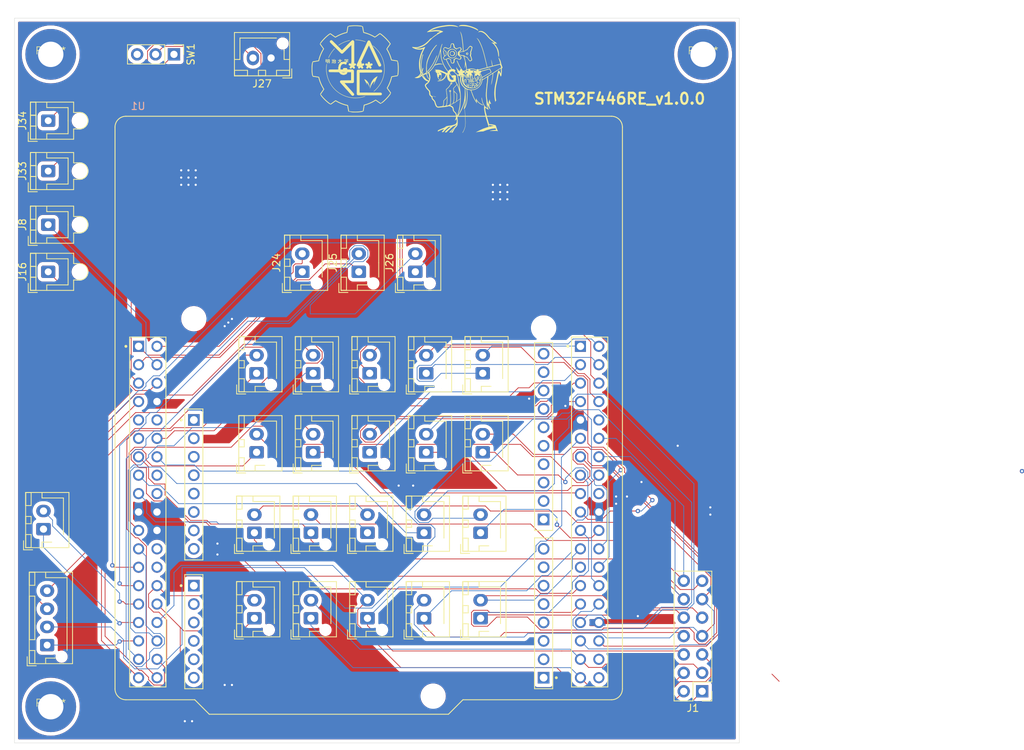
<source format=kicad_pcb>
(kicad_pcb (version 20240108) (generator "pcbnew") (generator_version "8.0")
  (layers (0 "F.Cu" signal) (31 "B.Cu" signal) (34 "B.Paste" user) (35 "F.Paste" user) (36 "B.SilkS" user "B.Silkscreen") (37 "F.SilkS" user "F.Silkscreen") (38 "B.Mask" user) (39 "F.Mask" user) (44 "Edge.Cuts" user))
  (net 0 "")
  (net 1 "Net-(J1-Pin_1)")
  (net 2 "Net-(J1-Pin_10)")
  (net 3 "Net-(J1-Pin_6)")
  (net 4 "Net-(J1-Pin_7)")
  (net 5 "Net-(J1-Pin_14)")
  (net 6 "Net-(J1-Pin_4)")
  (net 7 "Net-(J1-Pin_13)")
  (net 8 "Net-(J1-Pin_5)")
  (net 9 "Net-(J1-Pin_9)")
  (net 10 "Net-(J1-Pin_12)")
  (net 11 "Net-(J1-Pin_11)")
  (net 12 "Net-(J1-Pin_3)")
  (net 13 "Net-(J1-Pin_8)")
  (net 14 "Net-(J1-Pin_2)")
  (net 15 "Net-(J10-Pin_2)")
  (net 16 "Net-(J10-Pin_1)")
  (net 17 "Net-(J11-Pin_2)")
  (net 18 "Net-(J11-Pin_1)")
  (net 19 "Net-(J12-Pin_2)")
  (net 20 "Net-(J12-Pin_1)")
  (net 21 "Net-(J13-Pin_2)")
  (net 22 "Net-(J13-Pin_1)")
  (net 23 "Net-(J14-Pin_2)")
  (net 24 "Net-(J14-Pin_1)")
  (net 25 "Net-(J15-Pin_2)")
  (net 26 "Net-(J15-Pin_1)")
  (net 27 "Net-(J17-Pin_2)")
  (net 28 "Net-(J17-Pin_1)")
  (net 29 "Net-(J18-Pin_1)")
  (net 30 "Net-(J18-Pin_2)")
  (net 31 "Net-(J19-Pin_1)")
  (net 32 "Net-(J19-Pin_2)")
  (net 33 "Net-(J20-Pin_2)")
  (net 34 "Net-(J20-Pin_1)")
  (net 35 "Net-(J21-Pin_1)")
  (net 36 "Net-(J21-Pin_2)")
  (net 37 "Net-(J22-Pin_2)")
  (net 38 "Net-(J22-Pin_1)")
  (net 39 "Net-(J23-Pin_2)")
  (net 40 "Net-(J23-Pin_1)")
  (net 41 "Net-(J24-Pin_1)")
  (net 42 "Net-(J24-Pin_2)")
  (net 43 "Net-(J25-Pin_1)")
  (net 44 "Net-(J25-Pin_2)")
  (net 45 "Net-(J26-Pin_2)")
  (net 46 "Net-(J26-Pin_1)")
  (net 47 "Net-(J27-Pin_2)")
  (net 48 "GND")
  (net 49 "Net-(J28-Pin_2)")
  (net 50 "Net-(J28-Pin_1)")
  (net 51 "Net-(J29-Pin_4)")
  (net 52 "Net-(J29-Pin_2)")
  (net 53 "Net-(J29-Pin_1)")
  (net 54 "Net-(J29-Pin_3)")
  (net 56 "Net-(SW1A-A)")
  (net 57 "Net-(J8-Pin_1)")
  (net 58 "Net-(J16-Pin_1)")
  (net 60 "Net-(J33-Pin_1)")
  (net 61 "Net-(J34-Pin_1)")
  (footprint "Connector_JST:JST_XH_B2B-XH-AM_1x02_P2.50mm_Vertical" (layer "F.Cu") (at 76.3 94.8 90)
    (property "Reference" "J6" (hide yes))
    (property "Value" "Conn_01x02_Socket" (hide yes))
  )
  (footprint "Connector_JST:JST_XH_B2B-XH-AM_1x02_P2.50mm_Vertical" (layer "F.Cu") (at 52.9 94.8 90)
    (property "Reference" "J3" (hide yes))
    (property "Value" "Conn_01x02_Socket" (hide yes))
  )
  (footprint "Connector_JST:JST_XH_B2B-XH-AM_1x02_P2.50mm_Vertical" (layer "F.Cu") (at 60.7 83 90)
    (property "Reference" "J10" (hide yes))
    (property "Value" "Conn_01x02_Socket" (hide yes))
  )
  (footprint "Connector_JST:JST_XH_B2B-XH-AM_1x02_P2.50mm_Vertical" (layer "F.Cu") (at 61 61 90)
    (property "Reference" "J21" (hide yes))
    (property "Value" "Conn_01x02_Socket" (hide yes))
  )
  (footprint "Connector_JST:JST_XH_B1B-XH-AM_1x01_P2.50mm_Vertical" (layer "F.Cu") (at 16.65 26.15 90)
    (property "Reference" "J34")
    (property "Value" "Conn_01x01_Socket" (hide yes))
  )
  (footprint "Connector_JST:JST_XH_B2B-XH-AM_1x02_P2.50mm_Vertical" (layer "F.Cu") (at 68.5 94.8 90)
    (property "Reference" "J5" (hide yes))
    (property "Value" "Conn_01x02_Socket" (hide yes))
  )
  (footprint "Connector_JST:JST_XH_B2B-XH-AM_1x02_P2.50mm_Vertical" (layer "F.Cu") (at 76.3 83 90)
    (property "Reference" "J12" (hide yes))
    (property "Value" "Conn_01x02_Socket" (hide yes))
  )
  (footprint "Connector_JST:JST_XH_B2B-XH-AM_1x02_P2.50mm_Vertical" (layer "F.Cu") (at 47.4 17.5 180)
    (property "Reference" "J27")
    (property "Value" "Conn_01x02_Socket")
  )
  (footprint "Connector_JST:JST_XH_B2B-XH-AM_1x02_P2.50mm_Vertical" (layer "F.Cu") (at 45.4 71.9 90)
    (property "Reference" "J13" (hide yes))
    (property "Value" "Conn_01x02_Socket" (hide yes))
  )
  (footprint "NUCLEO_F446RE:MODULE_NUCLEO-F446RE" (layer "F.Cu") (at 60.87 66.79)
    (property "Reference" "U1")
    (property "Value" "NUCLEO-F446RE")
  )
  (footprint "00a:hole_M3" (layer "F.Cu") (at 17 17)
    (property "Reference" "REF**")
    (property "Value" "hole_M3")
  )
  (footprint "Connector_JST:JST_XH_B2B-XH-AM_1x02_P2.50mm_Vertical" (layer "F.Cu") (at 67.3 47 90)
    (property "Reference" "J26")
    (property "Value" "Conn_01x02_Socket" (hide yes))
  )
  (footprint "Connector_JST:JST_XH_B4B-XH-AM_1x04_P2.50mm_Vertical" (layer "F.Cu") (at 16.5 98.5 90)
    (property "Reference" "J29" (hide yes))
    (property "Value" "Conn_01x04_Socket")
  )
  (footprint "Connector_JST:JST_XH_B2B-XH-AM_1x02_P2.50mm_Vertical" (layer "F.Cu") (at 61 71.9 90)
    (property "Reference" "J15" (hide yes))
    (property "Value" "Conn_01x02_Socket" (hide yes))
  )
  (footprint "Connector_JST:JST_XH_B2B-XH-AM_1x02_P2.50mm_Vertical" (layer "F.Cu") (at 53.2 71.9 90)
    (property "Reference" "J14" (hide yes))
    (property "Value" "Conn_01x02_Socket" (hide yes))
  )
  (footprint "00a:MARC_rogo" (layer "F.Cu") (at 59 19)
    (property "Reference" "G***")
    (property "Value" "LOGO" (hide yes))
  )
  (footprint "Connector_JST:JST_XH_B2B-XH-AM_1x02_P2.50mm_Vertical" (layer "F.Cu") (at 60.7 94.8 90)
    (property "Reference" "J4" (hide yes))
    (property "Value" "Conn_01x02_Socket" (hide yes))
  )
  (footprint "Connector_JST:JST_XH_B2B-XH-AM_1x02_P2.50mm_Vertical" (layer "F.Cu") (at 53.2 61 90)
    (property "Reference" "J20" (hide yes))
    (property "Value" "Conn_01x02_Socket" (hide yes))
  )
  (footprint "Connector_JST:JST_XH_B2B-XH-AM_1x02_P2.50mm_Vertical" (layer "F.Cu") (at 76.6 71.9 90)
    (property "Reference" "J18" (hide yes))
    (property "Value" "Conn_01x02_Socket" (hide yes))
  )
  (footprint "Connector_JST:JST_XH_B2B-XH-AM_1x02_P2.50mm_Vertical" (layer "F.Cu") (at 59.5 47 90)
    (property "Reference" "J25")
    (property "Value" "Conn_01x02_Socket" (hide yes))
  )
  (footprint "Connector_JST:JST_XH_B2B-XH-AM_1x02_P2.50mm_Vertical" (layer "F.Cu") (at 68.8 61 90)
    (property "Reference" "J22" (hide yes))
    (property "Value" "Conn_01x02_Socket" (hide yes))
  )
  (footprint "Connector_JST:JST_XH_B2B-XH-AM_1x02_P2.50mm_Vertical" (layer "F.Cu") (at 68.8 71.9 90)
    (property "Reference" "J17" (hide yes))
    (property "Value" "Conn_01x02_Socket" (hide yes))
  )
  (footprint "Connector_JST:JST_XH_B1B-XH-AM_1x01_P2.50mm_Vertical" (layer "F.Cu") (at 16.65 47 90)
    (property "Reference" "J16")
    (property "Value" "Conn_01x01_Socket" (hide yes))
  )
  (footprint "Connector_JST:JST_XH_B2B-XH-AM_1x02_P2.50mm_Vertical" (layer "F.Cu") (at 45.1 83 90)
    (property "Reference" "J7" (hide yes))
    (property "Value" "Conn_01x02_Socket" (hide yes))
  )
  (footprint "Connector_PinHeader_2.54mm:PinHeader_2x07_P2.54mm_Vertical" (layer "F.Cu") (at 106.87 104.87 180)
    (property "Reference" "J1")
    (property "Value" "Conn_02x07_Odd_Even")
  )
  (footprint "Connector_JST:JST_XH_B2B-XH-AM_1x02_P2.50mm_Vertical" (layer "F.Cu") (at 52.9 83 90)
    (property "Reference" "J9" (hide yes))
    (property "Value" "Conn_01x02_Socket" (hide yes))
  )
  (footprint "Connector_JST:JST_XH_B2B-XH-AM_1x02_P2.50mm_Vertical" (layer "F.Cu") (at 51.7 47 90)
    (property "Reference" "J24")
    (property "Value" "Conn_01x02_Socket" (hide yes))
  )
  (footprint "Connector_JST:JST_XH_B1B-XH-AM_1x01_P2.50mm_Vertical" (layer "F.Cu") (at 16.65 33.1 90)
    (property "Reference" "J33")
    (property "Value" "Conn_01x01_Socket" (hide yes))
  )
  (footprint "00a:nuron" (layer "F.Cu") (at 74 20)
    (property "Reference" "G***")
    (property "Value" "LOGO" (hide yes))
  )
  (footprint "Connector_JST:JST_XH_B2B-XH-AM_1x02_P2.50mm_Vertical" (layer "F.Cu") (at 45.4 61 90)
    (property "Reference" "J19" (hide yes))
    (property "Value" "Conn_01x02_Socket" (hide yes))
  )
  (footprint "Connector_JST:JST_XH_B2B-XH-AM_1x02_P2.50mm_Vertical" (layer "F.Cu") (at 45.1 94.8 90)
    (property "Reference" "J2" (hide yes))
    (property "Value" "Conn_01x02_Socket" (hide yes))
  )
  (footprint "Connector_PinHeader_2.54mm:PinHeader_1x03_P2.54mm_Vertical" (layer "F.Cu") (at 34 17 -90)
    (property "Reference" "SW1")
    (property "Value" "SW_DPDT_x2")
  )
  (footprint "Connector_JST:JST_XH_B2B-XH-AM_1x02_P2.50mm_Vertical" (layer "F.Cu") (at 68.5 83 90)
    (property "Reference" "J11" (hide yes))
    (property "Value" "Conn_01x02_Socket" (hide yes))
  )
  (footprint "Connector_JST:JST_XH_B2B-XH-AM_1x02_P2.50mm_Vertical" (layer "F.Cu") (at 76.6 61 90)
    (property "Reference" "J23" (hide yes))
    (property "Value" "Conn_01x02_Socket" (hide yes))
  )
  (footprint "Connector_JST:JST_XH_B1B-XH-AM_1x01_P2.50mm_Vertical" (layer "F.Cu") (at 16.65 40.5 90)
    (property "Reference" "J8")
    (property "Value" "Conn_01x01_Socket" (hide yes))
  )
  (footprint "Connector_JST:JST_XH_B2B-XH-AM_1x02_P2.50mm_Vertical" (layer "F.Cu") (at 16 82.5 90)
    (property "Reference" "J28" (hide yes))
    (property "Value" "Conn_01x02_Socket")
  )
  (footprint "00a:hole_M3" (layer "F.Cu") (at 107 17)
    (property "Reference" "REF**")
    (property "Value" "hole_M3")
  )
  (footprint "00a:hole_M3" (layer "F.Cu") (at 17 107)
    (property "Reference" "REF**")
    (property "Value" "hole_M3")
  )
  (gr_rect (start 12 12) (end 112 112) (stroke (width 0.05)) (fill none) (layer "Edge.Cuts"))
  (gr_text "STM32F446RE_v1.0.0" (at 83.5 24 0) (layer "F.SilkS") (effects (font (size 1.5 1.5) (thickness 0.3) (bold yes)) (justify left bottom)))
  (segment (start 117.5 103.5) (end 116.5 102.5) (width 0.1) (layer "F.Cu") (net 0))
  (via (at 151 74.5) (size 0.6) (drill 0.3) (layers "F.Cu" "B.Cu") (net 0))
  (segment (start 45.1 92.3) (end 44.4875 91.6875) (width 0.1) (layer "F.Cu") (net 1))
  (segment (start 33 95.028528) (end 31.926472 93.955) (width 0.1) (layer "F.Cu") (net 1))
  (segment (start 31.926472 93.955) (end 31.198151 93.955) (width 0.1) (layer "F.Cu") (net 1))
  (segment (start 33 102.5) (end 33 95.028528) (width 0.1) (layer "F.Cu") (net 1))
  (segment (start 103.35 108.39) (end 38.89 108.39) (width 0.1) (layer "F.Cu") (net 1))
  (segment (start 33.0475 91.6875) (end 31.66 90.3) (width 0.1) (layer "F.Cu") (net 1))
  (segment (start 31.198151 93.955) (end 30.5 93.256849) (width 0.1) (layer "F.Cu") (net 1))
  (segment (start 44.4875 91.6875) (end 33.0475 91.6875) (width 0.1) (layer "F.Cu") (net 1))
  (segment (start 30.5 93.256849) (end 30.5 91.46) (width 0.1) (layer "F.Cu") (net 1))
  (segment (start 30.5 91.46) (end 31.66 90.3) (width 0.1) (layer "F.Cu") (net 1))
  (segment (start 106.87 104.87) (end 103.35 108.39) (width 0.1) (layer "F.Cu") (net 1))
  (segment (start 38.89 108.39) (end 33 102.5) (width 0.1) (layer "F.Cu") (net 1))
  (segment (start 76.3 94.8) (end 76.7725 94.3275) (width 0.1) (layer "F.Cu") (net 2))
  (segment (start 94.83 93.67) (end 103.29 93.67) (width 0.1) (layer "F.Cu") (net 2))
  (segment (start 85.43596 94.3275) (end 85.47346 94.365) (width 0.1) (layer "F.Cu") (net 2))
  (segment (start 103.29 93.67) (end 104.33 94.71) (width 0.1) (layer "F.Cu") (net 2))
  (segment (start 76.7725 94.3275) (end 85.43596 94.3275) (width 0.1) (layer "F.Cu") (net 2))
  (segment (start 85.47346 94.365) (end 94.135 94.365) (width 0.1) (layer "F.Cu") (net 2))
  (segment (start 94.135 94.365) (end 94.83 93.67) (width 0.1) (layer "F.Cu") (net 2))
  (segment (start 88.965 90.761849) (end 88.965 89.838151) (width 0.1) (layer "B.Cu") (net 2))
  (segment (start 89.928151 88.875) (end 90.541849 88.875) (width 0.1) (layer "B.Cu") (net 2))
  (segment (start 88.965 89.838151) (end 89.928151 88.875) (width 0.1) (layer "B.Cu") (net 2))
  (segment (start 77.1075 93.9925) (end 85.734349 93.9925) (width 0.1) (layer "B.Cu") (net 2))
  (segment (start 91.195 88.221849) (end 91.195 83.795) (width 0.1) (layer "B.Cu") (net 2))
  (segment (start 76.3 94.8) (end 77.1075 93.9925) (width 0.1) (layer "B.Cu") (net 2))
  (segment (start 85.734349 93.9925) (end 88.965 90.761849) (width 0.1) (layer "B.Cu") (net 2))
  (segment (start 91.195 83.795) (end 90.08 82.68) (width 0.1) (layer "B.Cu") (net 2))
  (segment (start 90.541849 88.875) (end 91.195 88.221849) (width 0.1) (layer "B.Cu") (net 2))
  (segment (start 64.193286 99.3075) (end 60.7 95.814214) (width 0.1) (layer "F.Cu") (net 3))
  (segment (start 104.33 99.79) (end 103.8475 99.3075) (width 0.1) (layer "F.Cu") (net 3))
  (segment (start 60.7 95.814214) (end 60.7 94.8) (width 0.1) (layer "F.Cu") (net 3))
  (segment (start 103.8475 99.3075) (end 87.5 99.3075) (width 0.1) (layer "F.Cu") (net 3))
  (segment (start 87.5 99.3075) (end 64.193286 99.3075) (width 0.1) (layer "F.Cu") (net 3))
  (segment (start 84.56404 84.1675) (end 85.3325 84.1675) (width 0.1) (layer "B.Cu") (net 3))
  (segment (start 85.3325 84.1675) (end 87.5 82) (width 0.1) (layer "B.Cu") (net 3))
  (segment (start 65 90.5) (end 79 90.5) (width 0.1) (layer "B.Cu") (net 3))
  (segment (start 87.5 76.277818) (end 87.45 76.227818) (width 0.1) (layer "B.Cu") (net 3))
  (segment (start 87.45 72.61) (end 90.08 69.98) (width 0.1) (layer "B.Cu") (net 3))
  (segment (start 87.5 82) (end 87.5 76.277818) (width 0.1) (layer "B.Cu") (net 3))
  (segment (start 60.7 94.8) (end 65 90.5) (width 0.1) (layer "B.Cu") (net 3))
  (segment (start 87.45 76.227818) (end 87.45 72.61) (width 0.1) (layer "B.Cu") (net 3))
  (segment (start 83.9475 85.5525) (end 83.9475 84.78404) (width 0.1) (layer "B.Cu") (net 3))
  (segment (start 83.9475 84.78404) (end 84.56404 84.1675) (width 0.1) (layer "B.Cu") (net 3))
  (segment (start 79 90.5) (end 83.9475 85.5525) (width 0.1) (layer "B.Cu") (net 3))
  (segment (start 106.87 97.25) (end 108.57 95.55) (width 0.1) (layer "F.Cu") (net 4))
  (segment (start 108.57 88.57) (end 94.045 74.045) (width 0.1) (layer "F.Cu") (net 4))
  (segment (start 91.605 74.045) (end 90.08 72.52) (width 0.1) (layer "F.Cu") (net 4))
  (segment (start 94.045 74.045) (end 91.605 74.045) (width 0.1) (layer "F.Cu") (net 4))
  (segment (start 108.57 95.55) (end 108.57 88.57) (width 0.1) (layer "F.Cu") (net 4))
  (segment (start 68.894544 97.4) (end 82.304882 97.4) (width 0.1) (layer "B.Cu") (net 4))
  (segment (start 67.15 95.655456) (end 68.894544 97.4) (width 0.1) (layer "B.Cu") (net 4))
  (segment (start 93.635 97.5) (end 102.382943 97.5) (width 0.1) (layer "B.Cu") (net 4))
  (segment (start 105.67 96.05) (end 106.87 97.25) (width 0.1) (layer "B.Cu") (net 4))
  (segment (start 67.15 93.65) (end 67.15 95.655456) (width 0.1) (layer "B.Cu") (net 4))
  (segment (start 93.0025 96.8675) (end 93.635 97.5) (width 0.1) (layer "B.Cu") (net 4))
  (segment (start 82.304882 97.4) (end 82.837382 96.8675) (width 0.1) (layer "B.Cu") (net 4))
  (segment (start 102.382943 97.5) (end 103.832943 96.05) (width 0.1) (layer "B.Cu") (net 4))
  (segment (start 103.832943 96.05) (end 105.67 96.05) (width 0.1) (layer "B.Cu") (net 4))
  (segment (start 82.837382 96.8675) (end 93.0025 96.8675) (width 0.1) (layer "B.Cu") (net 4))
  (segment (start 68.5 92.3) (end 67.15 93.65) (width 0.1) (layer "B.Cu") (net 4))
  (segment (start 85.477382 84.0675) (end 83.209882 81.8) (width 0.1) (layer "F.Cu") (net 5))
  (segment (start 104.33 89.63) (end 98.7675 84.0675) (width 0.1) (layer "F.Cu") (net 5))
  (segment (start 83.209882 81.8) (end 54.2 81.8) (width 0.1) (layer "F.Cu") (net 5))
  (segment (start 54.2 81.8) (end 52.9 80.5) (width 0.1) (layer "F.Cu") (net 5))
  (segment (start 98.7675 84.0675) (end 85.477382 84.0675) (width 0.1) (layer "F.Cu") (net 5))
  (segment (start 94.98 69.98) (end 92.62 69.98) (width 0.1) (layer "B.Cu") (net 5))
  (segment (start 104.33 79.33) (end 94.98 69.98) (width 0.1) (layer "B.Cu") (net 5))
  (segment (start 104.33 89.63) (end 104.33 79.33) (width 0.1) (layer "B.Cu") (net 5))
  (segment (start 102.195 104.465) (end 91.545 104.465) (width 0.1) (layer "F.Cu") (net 6))
  (segment (start 104.33 102.33) (end 102.195 104.465) (width 0.1) (layer "F.Cu") (net 6))
  (segment (start 91.545 104.465) (end 90.08 103) (width 0.1) (layer "F.Cu") (net 6))
  (segment (start 58.698286 101.6125) (end 88.6925 101.6125) (width 0.1) (layer "B.Cu") (net 6))
  (segment (start 52.9 95.814214) (end 58.698286 101.6125) (width 0.1) (layer "B.Cu") (net 6))
  (segment (start 52.9 94.8) (end 52.9 95.814214) (width 0.1) (layer "B.Cu") (net 6))
  (segment (start 88.6925 101.6125) (end 90.08 103) (width 0.1) (layer "B.Cu") (net 6))
  (segment (start 102.5 89.497057) (end 102.5 89) (width 0.1) (layer "F.Cu") (net 7))
  (segment (start 30.5 75.476849) (end 30.5 73.9) (width 0.1) (layer "F.Cu") (net 7))
  (segment (start 32.775 77.804882) (end 32.775 76.275) (width 0.1) (layer "F.Cu") (net 7))
  (segment (start 102.5 89) (end 100.1075 86.6075) (width 0.1) (layer "F.Cu") (net 7))
  (segment (start 51.7 81.8) (end 39.075118 81.8) (width 0.1) (layer "F.Cu") (net 7))
  (segment (start 52.9 84.014214) (end 52.9 83) (width 0.1) (layer "F.Cu") (net 7))
  (segment (start 32.775 76.275) (end 31.298151 76.275) (width 0.1) (layer "F.Cu") (net 7))
  (segment (start 39.075118 81.8) (end 38.567618 81.2925) (width 0.1) (layer "F.Cu") (net 7))
  (segment (start 36.262618 81.2925) (end 32.775 77.804882) (width 0.1) (layer "F.Cu") (net 7))
  (segment (start 55.493286 86.6075) (end 52.9 84.014214) (width 0.1) (layer "F.Cu") (net 7))
  (segment (start 100.1075 86.6075) (end 55.493286 86.6075) (width 0.1) (layer "F.Cu") (net 7))
  (segment (start 38.567618 81.2925) (end 36.262618 81.2925) (width 0.1) (layer "F.Cu") (net 7))
  (segment (start 30.5 73.9) (end 29.12 72.52) (width 0.1) (layer "F.Cu") (net 7))
  (segment (start 103.832943 90.83) (end 102.5 89.497057) (width 0.1) (layer "F.Cu") (net 7))
  (segment (start 105.67 90.83) (end 103.832943 90.83) (width 0.1) (layer "F.Cu") (net 7))
  (segment (start 31.298151 76.275) (end 30.5 75.476849) (width 0.1) (layer "F.Cu") (net 7))
  (segment (start 52.9 83) (end 51.7 81.8) (width 0.1) (layer "F.Cu") (net 7))
  (segment (start 106.87 89.63) (end 105.67 90.83) (width 0.1) (layer "F.Cu") (net 7))
  (segment (start 65.307044 101.6125) (end 59.35 95.655456) (width 0.1) (layer "F.Cu") (net 8))
  (segment (start 108.07 100.99) (end 108.07 102.827057) (width 0.1) (layer "F.Cu") (net 8))
  (segment (start 103.837107 103.53) (end 102.402107 104.965) (width 0.1) (layer "F.Cu") (net 8))
  (segment (start 59.35 95.655456) (end 59.35 93.65) (width 0.1) (layer "F.Cu") (net 8))
  (segment (start 90.180118 104.965) (end 86.827618 101.6125) (width 0.1) (layer "F.Cu") (net 8))
  (segment (start 106.87 99.79) (end 108.07 100.99) (width 0.1) (layer "F.Cu") (net 8))
  (segment (start 102.402107 104.965) (end 90.180118 104.965) (width 0.1) (layer "F.Cu") (net 8))
  (segment (start 59.35 93.65) (end 60.7 92.3) (width 0.1) (layer "F.Cu") (net 8))
  (segment (start 86.827618 101.6125) (end 65.307044 101.6125) (width 0.1) (layer "F.Cu") (net 8))
  (segment (start 107.367057 103.53) (end 103.837107 103.53) (width 0.1) (layer "F.Cu") (net 8))
  (segment (start 108.07 102.827057) (end 107.367057 103.53) (width 0.1) (layer "F.Cu") (net 8))
  (segment (start 55.9 87.5) (end 35 87.5) (width 0.1) (layer "B.Cu") (net 8))
  (segment (start 60.7 92.3) (end 55.9 87.5) (width 0.1) (layer "B.Cu") (net 8))
  (segment (start 34 88.5) (end 34 93.04) (width 0.1) (layer "B.Cu") (net 8))
  (segment (start 34 93.04) (end 31.66 95.38) (width 0.1) (layer "B.Cu") (net 8))
  (segment (start 35 87.5) (end 34 88.5) (width 0.1) (layer "B.Cu") (net 8))
  (segment (start 76.9125 91.6875) (end 76.3 92.3) (width 0.1) (layer "F.Cu") (net 9))
  (segment (start 106.87 94.71) (end 105.53 93.37) (width 0.1) (layer "F.Cu") (net 9))
  (segment (start 93.1875 91.6875) (end 76.9125 91.6875) (width 0.1) (layer "F.Cu") (net 9))
  (segment (start 94.87 93.37) (end 93.1875 91.6875) (width 0.1) (layer "F.Cu") (net 9))
  (segment (start 105.53 93.37) (end 94.87 93.37) (width 0.1) (layer "F.Cu") (net 9))
  (segment (start 83.675118 92.3) (end 84.522618 91.4525) (width 0.1) (layer "B.Cu") (net 9))
  (segment (start 76.3 92.3) (end 83.675118 92.3) (width 0.1) (layer "B.Cu") (net 9))
  (segment (start 88.965 86.335) (end 90.08 85.22) (width 0.1) (layer "B.Cu") (net 9))
  (segment (start 85.5125 91.4525) (end 88.965 88) (width 0.1) (layer "B.Cu") (net 9))
  (segment (start 84.522618 91.4525) (end 85.5125 91.4525) (width 0.1) (layer "B.Cu") (net 9))
  (segment (start 88.965 88) (end 88.965 86.335) (width 0.1) (layer "B.Cu") (net 9))
  (segment (start 101.16 89) (end 50.085786 89) (width 0.1) (layer "F.Cu") (net 10))
  (segment (start 104.33 92.17) (end 101.16 89) (width 0.1) (layer "F.Cu") (net 10))
  (segment (start 45.1 84.014214) (end 45.1 83) (width 0.1) (layer "F.Cu") (net 10))
  (segment (start 50.085786 89) (end 45.1 84.014214) (width 0.1) (layer "F.Cu") (net 10))
  (segment (start 92.64 72.5) (end 92.62 72.52) (width 0.1) (layer "B.Cu") (net 10))
  (segment (start 104.33 92.17) (end 103.13 90.97) (width 0.1) (layer "B.Cu") (net 10))
  (segment (start 103.13 90.97) (end 103.13 78.63) (width 0.1) (layer "B.Cu") (net 10))
  (segment (start 97 72.5) (end 92.64 72.5) (width 0.1) (layer "B.Cu") (net 10))
  (segment (start 103.13 78.63) (end 97 72.5) (width 0.1) (layer "B.Cu") (net 10))
  (segment (start 77.65 80.002944) (end 76.947056 79.3) (width 0.1) (layer "F.Cu") (net 11))
  (segment (start 46.3 79.3) (end 45.1 80.5) (width 0.1) (layer "F.Cu") (net 11))
  (segment (start 100.502057 81.565) (end 89.618151 81.565) (width 0.1) (layer "F.Cu") (net 11))
  (segment (start 108.07 90.97) (end 108.07 89.132943) (width 0.1) (layer "F.Cu") (net 11))
  (segment (start 89.618151 81.565) (end 88.056095 80.002944) (width 0.1) (layer "F.Cu") (net 11))
  (segment (start 106.87 92.17) (end 108.07 90.97) (width 0.1) (layer "F.Cu") (net 11))
  (segment (start 88.056095 80.002944) (end 77.65 80.002944) (width 0.1) (layer "F.Cu") (net 11))
  (segment (start 108.07 89.132943) (end 100.502057 81.565) (width 0.1) (layer "F.Cu") (net 11))
  (segment (start 76.947056 79.3) (end 46.3 79.3) (width 0.1) (layer "F.Cu") (net 11))
  (segment (start 108.5 97.5) (end 108.5 93.8) (width 0.1) (layer "B.Cu") (net 11))
  (segment (start 103.247943 99.035) (end 103.832943 98.45) (width 0.1) (layer "B.Cu") (net 11))
  (segment (start 107.55 98.45) (end 108.5 97.5) (width 0.1) (layer "B.Cu") (net 11))
  (segment (start 91.195 99.035) (end 103.247943 99.035) (width 0.1) (layer "B.Cu") (net 11))
  (segment (start 103.832943 98.45) (end 107.55 98.45) (width 0.1) (layer "B.Cu") (net 11))
  (segment (start 108.5 93.8) (end 106.87 92.17) (width 0.1) (layer "B.Cu") (net 11))
  (segment (start 90.08 97.92) (end 91.195 99.035) (width 0.1) (layer "B.Cu") (net 11))
  (segment (start 93.081849 101.575) (end 91.195 101.575) (width 0.1) (layer "F.Cu") (net 12))
  (segment (start 106.87 102.33) (end 105.67 101.13) (width 0.1) (layer "F.Cu") (net 12))
  (segment (start 105.67 101.13) (end 93.526849 101.13) (width 0.1) (layer "F.Cu") (net 12))
  (segment (start 91.195 101.575) (end 90.08 100.46) (width 0.1) (layer "F.Cu") (net 12))
  (segment (start 93.526849 101.13) (end 93.081849 101.575) (width 0.1) (layer "F.Cu") (net 12))
  (segment (start 59.6725 99.0725) (end 88.6925 99.0725) (width 0.1) (layer "B.Cu") (net 12))
  (segment (start 52.9 92.3) (end 59.6725 99.0725) (width 0.1) (layer "B.Cu") (net 12))
  (segment (start 88.6925 99.0725) (end 90.08 100.46) (width 0.1) (layer "B.Cu") (net 12))
  (segment (start 79.5675 96.7675) (end 78.935 97.4) (width 0.1) (layer "F.Cu") (net 13))
  (segment (start 68.5 95.814214) (end 68.5 94.8) (width 0.1) (layer "F.Cu") (net 13))
  (segment (start 70.085786 97.4) (end 68.5 95.814214) (width 0.1) (layer "F.Cu") (net 13))
  (segment (start 78.935 97.4) (end 70.085786 97.4) (width 0.1) (layer "F.Cu") (net 13))
  (segment (start 103.8475 96.7675) (end 79.5675 96.7675) (width 0.1) (layer "F.Cu") (net 13))
  (segment (start 104.33 97.25) (end 103.8475 96.7675) (width 0.1) (layer "F.Cu") (net 13))
  (segment (start 90.400427 81.255) (end 91.095 80.560427) (width 0.1) (layer "B.Cu") (net 13))
  (segment (start 82.670118 91) (end 84.757618 88.9125) (width 0.1) (layer "B.Cu") (net 13))
  (segment (start 85.5875 88.9125) (end 88.853553 85.646447) (width 0.1) (layer "B.Cu") (net 13))
  (segment (start 68.5 94.8) (end 72.3 91) (width 0.1) (layer "B.Cu") (net 13))
  (segment (start 84.757618 88.9125) (end 85.5875 88.9125) (width 0.1) (layer "B.Cu") (net 13))
  (segment (start 88.853553 85.646447) (end 88.853553 82.019598) (width 0.1) (layer "B.Cu") (net 13))
  (segment (start 89.618151 81.255) (end 90.400427 81.255) (width 0.1) (layer "B.Cu") (net 13))
  (segment (start 72.3 91) (end 82.670118 91) (width 0.1) (layer "B.Cu") (net 13))
  (segment (start 91.095 80.560427) (end 91.095 76.075) (width 0.1) (layer "B.Cu") (net 13))
  (segment (start 91.095 76.075) (end 90.08 75.06) (width 0.1) (layer "B.Cu") (net 13))
  (segment (start 88.853553 82.019598) (end 89.618151 81.255) (width 0.1) (layer "B.Cu") (net 13))
  (segment (start 43.3675 96.5325) (end 35.3525 96.5325) (width 0.1) (layer "F.Cu") (net 14))
  (segment (start 35.3525 96.5325) (end 34.82 96) (width 0.1) (layer "F.Cu") (net 14))
  (segment (start 39.405144 107.79) (end 34.87 103.254856) (width 0.1) (layer "F.Cu") (net 14))
  (segment (start 34.82 96) (end 31.66 92.84) (width 0.1) (layer "F.Cu") (net 14))
  (segment (start 45.1 94.8) (end 43.3675 96.5325) (width 0.1) (layer "F.Cu") (net 14))
  (segment (start 104.33 104.87) (end 101.41 107.79) (width 0.1) (layer "F.Cu") (net 14))
  (segment (start 101.41 107.79) (end 39.405144 107.79) (width 0.1) (layer "F.Cu") (net 14))
  (segment (start 34.87 96.05) (end 34.82 96) (width 0.1) (layer "F.Cu") (net 14))
  (segment (start 34.87 103.254856) (end 34.87 96.05) (width 0.1) (layer "F.Cu") (net 14))
  (segment (start 60.7 80.5) (end 59.1875 78.9875) (width 0.1) (layer "B.Cu") (net 15))
  (segment (start 34.624349 78.9875) (end 32.121849 76.485) (width 0.1) (layer "B.Cu") (net 15))
  (segment (start 59.1875 78.9875) (end 34.624349 78.9875) (width 0.1) (layer "B.Cu") (net 15))
  (segment (start 30.545 76.485) (end 29.12 75.06) (width 0.1) (layer "B.Cu") (net 15))
  (segment (start 32.121849 76.485) (end 30.545 76.485) (width 0.1) (layer "B.Cu") (net 15))
  (segment (start 31.443151 81.5) (end 30.235 80.291849) (width 0.1) (layer "B.Cu") (net 16))
  (segment (start 30.235 80.291849) (end 30.235 78.715) (width 0.1) (layer "B.Cu") (net 16))
  (segment (start 60.7 83) (end 59.5 81.8) (width 0.1) (layer "B.Cu") (net 16))
  (segment (start 30.235 78.715) (end 29.12 77.6) (width 0.1) (layer "B.Cu") (net 16))
  (segment (start 59.5 81.8) (end 40.2 81.8) (width 0.1) (layer "B.Cu") (net 16))
  (segment (start 39.9 81.5) (end 31.443151 81.5) (width 0.1) (layer "B.Cu") (net 16))
  (segment (start 40.2 81.8) (end 39.9 81.5) (width 0.1) (layer "B.Cu") (net 16))
  (segment (start 92 76.272893) (end 92.212107 76.485) (width 0.1) (layer "B.Cu") (net 17))
  (segment (start 68.5 80.5) (end 71.7675 77.2325) (width 0.1) (layer "B.Cu") (net 17))
  (segment (start 91.605 67.388151) (end 91.605 75.480427) (width 0.1) (layer "B.Cu") (net 17))
  (segment (start 90.541849 66.325) (end 91.605 67.388151) (width 0.1) (layer "B.Cu") (net 17))
  (segment (start 89.618151 66.325) (end 90.541849 66.325) (width 0.1) (layer "B.Cu") (net 17))
  (segment (start 86.5 76.209882) (end 86.5 70.5) (width 0.1) (layer "B.Cu") (net 17))
  (segment (start 93.081849 76.485) (end 93.735 77.138151) (width 0.1) (layer "B.Cu") (net 17))
  (segment (start 86.5 70.5) (end 88.5 68.5) (width 0.1) (layer "B.Cu") (net 17))
  (segment (start 71.7675 77.2325) (end 85.477382 77.2325) (width 0.1) (layer "B.Cu") (net 17))
  (segment (start 93.735 84.105) (end 92.62 85.22) (width 0.1) (layer "B.Cu") (net 17))
  (segment (start 85.477382 77.2325) (end 86.5 76.209882) (width 0.1) (layer "B.Cu") (net 17))
  (segment (start 92 75.875427) (end 92 76.272893) (width 0.1) (layer "B.Cu") (net 17))
  (segment (start 93.735 77.138151) (end 93.735 84.105) (width 0.1) (layer "B.Cu") (net 17))
  (segment (start 91.605 75.480427) (end 92 75.875427) (width 0.1) (layer "B.Cu") (net 17))
  (segment (start 92.212107 76.485) (end 93.081849 76.485) (width 0.1) (layer "B.Cu") (net 17))
  (segment (start 88.5 68.5) (end 88.5 67.443151) (width 0.1) (layer "B.Cu") (net 17))
  (segment (start 88.5 67.443151) (end 89.618151 66.325) (width 0.1) (layer "B.Cu") (net 17))
  (segment (start 28.658151 96.805) (end 30.545 96.805) (width 0.1) (layer "B.Cu") (net 18))
  (segment (start 68.5 83) (end 66 83) (width 0.1) (layer "B.Cu") (net 18))
  (segment (start 34.389349 76.2125) (end 32.121849 73.945) (width 0.1) (layer "B.Cu") (net 18))
  (segment (start 28.005 74.495) (end 28.005 96.151849) (width 0.1) (layer "B.Cu") (net 18))
  (segment (start 28.555 73.945) (end 28.005 74.495) (width 0.1) (layer "B.Cu") (net 18))
  (segment (start 66 83) (end 59.2125 76.2125) (width 0.1) (layer "B.Cu") (net 18))
  (segment (start 30.545 96.805) (end 31.66 97.92) (width 0.1) (layer "B.Cu") (net 18))
  (segment (start 59.2125 76.2125) (end 34.389349 76.2125) (width 0.1) (layer "B.Cu") (net 18))
  (segment (start 28.005 96.151849) (end 28.658151 96.805) (width 0.1) (layer "B.Cu") (net 18))
  (segment (start 32.121849 73.945) (end 28.555 73.945) (width 0.1) (layer "B.Cu") (net 18))
  (segment (start 93.040427 94.365) (end 91.095 94.365) (width 0.1) (layer "B.Cu") (net 19))
  (segment (start 74.167157 73.127208) (end 77.7 73.127208) (width 0.1) (layer "B.Cu") (net 19))
  (segment (start 94.175427 95.5) (end 93.040427 94.365) (width 0.1) (layer "B.Cu") (net 19))
  (segment (start 69.105635 81.6) (end 67.894365 81.6) (width 0.1) (layer "B.Cu") (net 19))
  (segment (start 105.43 92.625635) (end 104.785635 93.27) (width 0.1) (layer "B.Cu") (net 19))
  (segment (start 67.25 80.044365) (end 74.167157 73.127208) (width 0.1) (layer "B.Cu") (net 19))
  (segment (start 99 95.5) (end 94.175427 95.5) (width 0.1) (layer "B.Cu") (net 19))
  (segment (start 69.705635 81) (end 69.105635 81.6) (width 0.1) (layer "B.Cu") (net 19))
  (segment (start 89.493887 66.025) (end 92.640427 66.025) (width 0.1) (layer "B.Cu") (net 19))
  (segment (start 67.25 80.955635) (end 67.25 80.044365) (width 0.1) (layer "B.Cu") (net 19))
  (segment (start 92.640427 66.025) (end 105.43 78.814573) (width 0.1) (layer "B.Cu") (net 19))
  (segment (start 75.8 81) (end 69.705635 81) (width 0.1) (layer "B.Cu") (net 19))
  (segment (start 67.894365 81.6) (end 67.25 80.955635) (width 0.1) (layer "B.Cu") (net 19))
  (segment (start 101.23 93.27) (end 99 95.5) (width 0.1) (layer "B.Cu") (net 19))
  (segment (start 91.095 94.365) (end 90.08 95.38) (width 0.1) (layer "B.Cu") (net 19))
  (segment (start 104.785635 93.27) (end 101.23 93.27) (width 0.1) (layer "B.Cu") (net 19))
  (segment (start 83.508321 67.318887) (end 88.2 67.318887) (width 0.1) (layer "B.Cu") (net 19))
  (segment (start 88.2 67.318887) (end 89.493887 66.025) (width 0.1) (layer "B.Cu") (net 19))
  (segment (start 105.43 78.814573) (end 105.43 92.625635) (width 0.1) (layer "B.Cu") (net 19))
  (segment (start 77.7 73.127208) (end 83.508321 67.318887) (width 0.1) (layer "B.Cu") (net 19))
  (segment (start 76.3 80.5) (end 75.8 81) (width 0.1) (layer "B.Cu") (net 19))
  (segment (start 86.836091 81.886091) (end 88.645 83.695) (width 0.1) (layer "F.Cu") (net 20))
  (segment (start 88.645 83.695) (end 91.605 83.695) (width 0.1) (layer "F.Cu") (net 20))
  (segment (start 91.605 83.695) (end 92.62 82.68) (width 0.1) (layer "F.Cu") (net 20))
  (via (at 86.836091 81.886091) (size 0.6) (drill 0.3) (layers "F.Cu" "B.Cu") (net 20))
  (segment (start 86.836091 80.891091) (end 85.7175 79.7725) (width 0.1) (layer "B.Cu") (net 20))
  (segment (start 76.3 83) (end 79.5275 79.7725) (width 0.1) (layer "B.Cu") (net 20))
  (segment (start 85.7175 79.7725) (end 85.477382 79.7725) (width 0.1) (layer "B.Cu") (net 20))
  (segment (start 86.836091 81.886091) (end 86.836091 80.891091) (width 0.1) (layer "B.Cu") (net 20))
  (segment (start 79.5275 79.7725) (end 85.477382 79.7725) (width 0.1) (layer "B.Cu") (net 20))
  (segment (start 94.169264 73.745) (end 108.87 88.445736) (width 0.1) (layer "F.Cu") (net 21))
  (segment (start 91.380736 74.415309) (end 90.500427 73.535) (width 0.1) (layer "F.Cu") (net 21))
  (segment (start 75.335966 95.9) (end 75.05 95.614034) (width 0.1) (layer "F.Cu") (net 21))
  (segment (start 106.414365 98.35) (end 105.77 97.705635) (width 0.1) (layer "F.Cu") (net 21))
  (segment (start 84.56404 96.4325) (end 82.75904 94.6275) (width 0.1) (layer "F.Cu") (net 21))
  (segment (start 91.095 72.099573) (end 91.095 73.110736) (width 0.1) (layer "F.Cu") (net 21))
  (segment (start 89.065 72.940427) (end 89.065 72.099573) (width 0.1) (layer "F.Cu") (net 21))
  (segment (start 75.05 93.985966) (end 75.335966 93.7) (width 0.1) (layer "F.Cu") (net 21))
  (segment (start 82.75904 94.6275) (end 78.536534 94.6275) (width 0.1) (layer "F.Cu") (net 21))
  (segment (start 91.729264 73.745) (end 94.169264 73.745) (width 0.1) (layer "F.Cu") (net 21))
  (segment (start 91.380736 75.194691) (end 91.380736 74.415309) (width 0.1) (layer "F.Cu") (net 21))
  (segment (start 89.659573 71.505) (end 90.500427 71.505) (width 0.1) (layer "F.Cu") (net 21))
  (segment (start 105.77 97.705635) (end 105.77 96.794365) (width 0.1) (layer "F.Cu") (net 21))
  (segment (start 107.325635 98.35) (end 106.414365 98.35) (width 0.1) (layer "F.Cu") (net 21))
  (segment (start 105.125635 96.15) (end 93.285427 96.15) (width 0.1) (layer "F.Cu") (net 21))
  (segment (start 85.9875 72.4875) (end 89.575 76.075) (width 0.1) (layer "F.Cu") (net 21))
  (segment (start 83.4875 72.4875) (end 85.9875 72.4875) (width 0.1) (layer "F.Cu") (net 21))
  (segment (start 88.934034 93.985966) (end 90.08 92.84) (width 0.1) (layer "F.Cu") (net 21))
  (segment (start 77.264034 95.9) (end 75.335966 95.9) (width 0.1) (layer "F.Cu") (net 21))
  (segment (start 75.335966 93.7) (end 77.264034 93.7) (width 0.1) (layer "F.Cu") (net 21))
  (segment (start 93.002927 96.4325) (end 84.56404 96.4325) (width 0.1) (layer "F.Cu") (net 21))
  (segment (start 77.55 93.985966) (end 88.934034 93.985966) (width 0.1) (layer "F.Cu") (net 21))
  (segment (start 105.77 96.794365) (end 105.125635 96.15) (width 0.1) (layer "F.Cu") (net 21))
  (segment (start 77.264034 93.7) (end 77.55 93.985966) (width 0.1) (layer "F.Cu") (net 21))
  (segment (start 93.285427 96.15) (end 93.002927 96.4325) (width 0.1) (layer "F.Cu") (net 21))
  (segment (start 89.659573 73.535) (end 89.065 72.940427) (width 0.1) (layer "F.Cu") (net 21))
  (segment (start 90.500427 73.535) (end 89.659573 73.535) (width 0.1) (layer "F.Cu") (net 21))
  (segment (start 108.87 88.445736) (end 108.87 96.805635) (width 0.1) (layer "F.Cu") (net 21))
  (segment (start 78.536534 94.6275) (end 77.264034 95.9) (width 0.1) (layer "F.Cu") (net 21))
  (segment (start 89.575 76.075) (end 90.500427 76.075) (width 0.1) (layer "F.Cu") (net 21))
  (segment (start 91.095 73.110736) (end 91.729264 73.745) (width 0.1) (layer "F.Cu") (net 21))
  (segment (start 90.500427 71.505) (end 91.095 72.099573) (width 0.1) (layer "F.Cu") (net 21))
  (segment (start 90.500427 76.075) (end 91.380736 75.194691) (width 0.1) (layer "F.Cu") (net 21))
  (segment (start 89.065 72.099573) (end 89.659573 71.505) (width 0.1) (layer "F.Cu") (net 21))
  (segment (start 46.8 70.8) (end 81.8 70.8) (width 0.1) (layer "F.Cu") (net 21))
  (segment (start 108.87 96.805635) (end 107.325635 98.35) (width 0.1) (layer "F.Cu") (net 21))
  (segment (start 75.05 95.614034) (end 75.05 93.985966) (width 0.1) (layer "F.Cu") (net 21))
  (segment (start 45.4 69.4) (end 46.8 70.8) (width 0.1) (layer "F.Cu") (net 21))
  (segment (start 81.8 70.8) (end 83.4875 72.4875) (width 0.1) (layer "F.Cu") (net 21))
  (segment (start 89.0275 91.3525) (end 90.08 90.3) (width 0.1) (layer "F.Cu") (net 22))
  (segment (start 45.4 71.9) (end 43.524264 73.775736) (width 0.1) (layer "F.Cu") (net 22))
  (segment (start 30.2 74.024264) (end 30.2 77.575427) (width 0.1) (layer "F.Cu") (net 22))
  (segment (start 43.524264 73.775736) (end 30.970309 73.775736) (width 0.1) (layer "F.Cu") (net 22))
  (segment (start 30.135 72.099573) (end 29.540427 71.505) (width 0.1) (layer "F.Cu") (net 22))
  (segment (start 30.2 77.575427) (end 31.239573 78.615) (width 0.1) (layer "F.Cu") (net 22))
  (segment (start 30.970309 73.775736) (end 30.135 72.940427) (width 0.1) (layer "F.Cu") (net 22))
  (segment (start 83.9475 90.73596) (end 84.56404 91.3525) (width 0.1) (layer "F.Cu") (net 22))
  (segment (start 28.105 72.940427) (end 29.188837 74.024264) (width 0.1) (layer "F.Cu") (net 22))
  (segment (start 28.105 72.099573) (end 28.105 72.940427) (width 0.1) (layer "F.Cu") (net 22))
  (segment (start 29.188837 74.024264) (end 30.2 74.024264) (width 0.1) (layer "F.Cu") (net 22))
  (segment (start 31.239573 78.615) (end 33.160854 78.615) (width 0.1) (layer "F.Cu") (net 22))
  (segment (start 47.586814 90.73596) (end 83.9475 90.73596) (width 0.1) (layer "F.Cu") (net 22))
  (segment (start 33.160854 78.615) (end 36.138354 81.5925) (width 0.1) (layer "F.Cu") (net 22))
  (segment (start 28.699573 71.505) (end 28.105 72.099573) (width 0.1) (layer "F.Cu") (net 22))
  (segment (start 38.443354 81.5925) (end 47.586814 90.73596) (width 0.1) (layer "F.Cu") (net 22))
  (segment (start 36.138354 81.5925) (end 38.443354 81.5925) (width 0.1) (layer "F.Cu") (net 22))
  (segment (start 29.540427 71.505) (end 28.699573 71.505) (width 0.1) (layer "F.Cu") (net 22))
  (segment (start 84.56404 91.3525) (end 89.0275 91.3525) (width 0.1) (layer "F.Cu") (net 22))
  (segment (start 30.135 72.940427) (end 30.135 72.099573) (width 0.1) (layer "F.Cu") (net 22))
  (segment (start 52.1 68.3) (end 44.794365 68.3) (width 0.1) (layer "F.Cu") (net 23))
  (segment (start 41.889365 71.205) (end 28.575309 71.205) (width 0.1) (layer "F.Cu") (net 23))
  (segment (start 28.575309 71.205) (end 27.805 71.975309) (width 0.1) (layer "F.Cu") (net 23))
  (segment (start 44.794365 68.3) (end 41.889365 71.205) (width 0.1) (layer "F.Cu") (net 23))
  (segment (start 53.2 69.4) (end 52.1 68.3) (width 0.1) (layer "F.Cu") (net 23))
  (segment (start 27.805 71.975309) (end 27.805 81.365) (width 0.1) (layer "F.Cu") (net 23))
  (segment (start 27.805 81.365) (end 29.12 82.68) (width 0.1) (layer "F.Cu") (net 23))
  (segment (start 53.2 71.9) (end 56.9 71.9) (width 0.1) (layer "F.Cu") (net 24))
  (segment (start 62.5 77.5) (end 89.98 77.5) (width 0.1) (layer "F.Cu") (net 24))
  (segment (start 56.9 71.9) (end 62.5 77.5) (width 0.1) (layer "F.Cu") (net 24))
  (segment (start 89.98 77.5) (end 90.08 77.6) (width 0.1) (layer "F.Cu") (net 24))
  (segment (start 85.43596 66.9725) (end 86.0525 66.35596) (width 0.1) (layer "F.Cu") (net 25))
  (segment (start 63.4275 66.9725) (end 85.43596 66.9725) (width 0.1) (layer "F.Cu") (net 25))
  (segment (start 86.0525 65.4475) (end 89.14 62.36) (width 0.1) (layer "F.Cu") (net 25))
  (segment (start 86.0525 66.35596) (end 86.0525 65.4475) (width 0.1) (layer "F.Cu") (net 25))
  (segment (start 61 69.4) (end 63.4275 66.9725) (width 0.1) (layer "F.Cu") (net 25))
  (segment (start 89.14 62.36) (end 90.08 62.36) (width 0.1) (layer "F.Cu") (net 25))
  (segment (start 87.9 62) (end 90.08 59.82) (width 0.1) (layer "B.Cu") (net 26))
  (segment (start 84.89154 62) (end 87.9 62) (width 0.1) (layer "B.Cu") (net 26))
  (segment (start 69.3475 63.5525) (end 83.33904 63.5525) (width 0.1) (layer "B.Cu") (net 26))
  (segment (start 83.33904 63.5525) (end 84.89154 62) (width 0.1) (layer "B.Cu") (net 26))
  (segment (start 61 71.9) (end 69.3475 63.5525) (width 0.1) (layer "B.Cu") (net 26))
  (segment (start 101.39 93.61) (end 98.7675 96.2325) (width 0.1) (layer "B.Cu") (net 27))
  (segment (start 90.145 93.855) (end 91.605 93.855) (width 0.1) (layer "B.Cu") (net 27))
  (segment (start 98.7675 96.2325) (end 94 96.2325) (width 0.1) (layer "B.Cu") (net 27))
  (segment (start 93.8375 96.395) (end 89.659573 96.395) (width 0.1) (layer "B.Cu") (net 27))
  (segment (start 88.5 66.5) (end 89.065 65.935) (width 0.1) (layer "B.Cu") (net 27))
  (segment (start 89.659573 63.885) (end 93.385 63.885) (width 0.1) (layer "B.Cu") (net 27))
  (segment (start 93.385 63.885) (end 105.73 76.23) (width 0.1) (layer "B.Cu") (net 27))
  (segment (start 71.181113 67.018887) (end 87.0034 67.018887) (width 0.1) (layer "B.Cu") (net 27))
  (segment (start 89.065 65.935) (end 89.065 64.479573) (width 0.1) (layer "B.Cu") (net 27))
  (segment (start 94 96.2325) (end 93.8375 96.395) (width 0.1) (layer "B.Cu") (net 27))
  (segment (start 105.73 76.23) (end 105.73 92.77) (width 0.1) (layer "B.Cu") (net 27))
  (segment (start 89.065 94.935) (end 90.145 93.855) (width 0.1) (layer "B.Cu") (net 27))
  (segment (start 91.605 93.855) (end 92.62 92.84) (width 0.1) (layer "B.Cu") (net 27))
  (segment (start 68.8 69.4) (end 71.181113 67.018887) (width 0.1) (layer "B.Cu") (net 27))
  (segment (start 87.522287 66.5) (end 88.5 66.5) (width 0.1) (layer "B.Cu") (net 27))
  (segment (start 89.065 64.479573) (end 89.659573 63.885) (width 0.1) (layer "B.Cu") (net 27))
  (segment (start 105.73 92.77) (end 104.837817 93.662183) (width 0.1) (layer "B.Cu") (net 27))
  (segment (start 89.065 95.800427) (end 89.065 94.935) (width 0.1) (layer "B.Cu") (net 27))
  (segment (start 104.785635 93.61) (end 101.39 93.61) (width 0.1) (layer "B.Cu") (net 27))
  (segment (start 87.0034 67.018887) (end 87.522287 66.5) (width 0.1) (layer "B.Cu") (net 27))
  (segment (start 104.837817 93.662183) (end 104.785635 93.61) (width 0.1) (layer "B.Cu") (net 27))
  (segment (start 89.659573 96.395) (end 89.065 95.800427) (width 0.1) (layer "B.Cu") (net 27))
  (segment (start 91.18 76.5) (end 92.62 75.06) (width 0.1) (layer "F.Cu") (net 28))
  (segment (start 88.320427 77.179573) (end 89 76.5) (width 0.1) (layer "F.Cu") (net 28))
  (segment (start 89 76.5) (end 91.18 76.5) (width 0.1) (layer "F.Cu") (net 28))
  (segment (start 68.8 71.9) (end 74.535966 71.9) (width 0.1) (layer "F.Cu") (net 28))
  (segment (start 74.535966 71.9) (end 79.815539 77.179573) (width 0.1) (layer "F.Cu") (net 28))
  (segment (start 79.815539 77.179573) (end 88.320427 77.179573) (width 0.1) (layer "F.Cu") (net 28))
  (segment (start 86.5275 75.0275) (end 87.0275 75.0275) (width 0.1) (layer "F.Cu") (net 29))
  (segment (start 81.400292 75.0275) (end 86.5275 75.0275) (width 0.1) (layer "F.Cu") (net 29))
  (segment (start 78.272792 71.9) (end 81.400292 75.0275) (width 0.1) (layer "F.Cu") (net 29))
  (segment (start 76.6 71.9) (end 78.272792 71.9) (width 0.1) (layer "F.Cu") (net 29))
  (segment (start 87.0275 75.0275) (end 88 76) (width 0.1) (layer "F.Cu") (net 29))
  (via (at 88 76) (size 0.6) (drill 0.3) (layers "F.Cu" "B.Cu") (net 29))
  (segment (start 91.095 75.394691) (end 91.095 74.639573) (width 0.1) (layer "B.Cu") (net 29))
  (segment (start 92.62 90.3) (end 91.605 89.285) (width 0.1) (layer "B.Cu") (net 29))
  (segment (start 88 75.5) (end 88 76) (width 0.1) (layer "B.Cu") (net 29))
  (segment (start 90.500427 74.045) (end 89.455 74.045) (width 0.1) (layer "B.Cu") (net 29))
  (segment (start 91.605 89.285) (end 91.605 75.904691) (width 0.1) (layer "B.Cu") (net 29))
  (segment (start 89.455 74.045) (end 88 75.5) (width 0.1) (layer "B.Cu") (net 29))
  (segment (start 91.095 74.639573) (end 90.500427 74.045) (width 0.1) (layer "B.Cu") (net 29))
  (segment (start 91.605 75.904691) (end 91.095 75.394691) (width 0.1) (layer "B.Cu") (net 29))
  (segment (start 95.638909 74.361091) (end 95.638909 74.103482) (width 0.1) (layer "F.Cu") (net 30))
  (segment (start 95.638909 74.103482) (end 93.035427 71.5) (width 0.1) (layer "F.Cu") (net 30))
  (segment (start 88.870309 71.205) (end 87.887809 72.1875) (width 0.1) (layer "F.Cu") (net 30))
  (segment (start 87.887809 72.1875) (end 83.611764 72.1875) (width 0.1) (layer "F.Cu") (net 30))
  (segment (start 80.824264 69.4) (end 76.6 69.4) (width 0.1) (layer "F.Cu") (net 30))
  (segment (start 91.5 71.5) (end 91.205 71.205) (width 0.1) (layer "F.Cu") (net 30))
  (segment (start 93.035427 71.5) (end 91.5 71.5) (width 0.1) (layer "F.Cu") (net 30))
  (segment (start 91.205 71.205) (end 88.870309 71.205) (width 0.1) (layer "F.Cu") (net 30))
  (segment (start 83.611764 72.1875) (end 80.824264 69.4) (width 0.1) (layer "F.Cu") (net 30))
  (via (at 95.638909 74.361091) (size 0.6) (drill 0.3) (layers "F.Cu" "B.Cu") (net 30))
  (segment (start 94.035 75.965) (end 94.035 86.345) (width 0.1) (layer "B.Cu") (net 30))
  (segment (start 95.638909 74.361091) (end 94.035 75.965) (width 0.1) (layer "B.Cu") (net 30))
  (segment (start 94.035 86.345) (end 92.62 87.76) (width 0.1) (layer "B.Cu") (net 30))
  (segment (start 30.2 101.54) (end 31.66 103) (width 0.1) (layer "F.Cu") (net 31))
  (segment (start 33.5725 68.9275) (end 28.737073 68.9275) (width 0.1) (layer "F.Cu") (net 31))
  (segment (start 27.505 70.159573) (end 27.505 82.500427) (width 0.1) (layer "F.Cu") (net 31))
  (segment (start 30.2 84.864573) (end 30.2 101.54) (width 0.1) (layer "F.Cu") (net 31))
  (segment (start 45.4 61) (end 37.9 68.5) (width 0.1) (layer "F.Cu") (net 31))
  (segment (start 34 68.5) (end 33.5725 68.9275) (width 0.1) (layer "F.Cu") (net 31))
  (segment (start 29.030427 83.695) (end 30.2 84.864573) (width 0.1) (layer "F.Cu") (net 31))
  (segment (start 37.9 68.5) (end 34 68.5) (width 0.1) (layer "F.Cu") (net 31))
  (segment (start 27.505 82.500427) (end 28.699573 83.695) (width 0.1) (layer "F.Cu") (net 31))
  (segment (start 28.737073 68.9275) (end 27.505 70.159573) (width 0.1) (layer "F.Cu") (net 31))
  (segment (start 28.699573 83.695) (end 29.030427 83.695) (width 0.1) (layer "F.Cu") (net 31))
  (segment (start 33.4475 68.6275) (end 28.612809 68.6275) (width 0.1) (layer "F.Cu") (net 32))
  (segment (start 29.209573 101.985) (end 29.540427 101.985) (width 0.1) (layer "F.Cu") (net 32))
  (segment (start 45.4 58.5) (end 43.575 58.5) (width 0.1) (layer "F.Cu") (net 32))
  (segment (start 29.540427 101.985) (end 30.5 102.944573) (width 0.1) (layer "F.Cu") (net 32))
  (segment (start 32.485 104.015) (end 32.675 103.825) (width 0.1) (layer "F.Cu") (net 32))
  (segment (start 31.239573 104.015) (end 32.485 104.015) (width 0.1) (layer "F.Cu") (net 32))
  (segment (start 32.675 101.475) (end 31.66 100.46) (width 0.1) (layer "F.Cu") (net 32))
  (segment (start 32.675 103.825) (end 32.675 101.475) (width 0.1) (layer "F.Cu") (net 32))
  (segment (start 43.575 58.5) (end 33.4475 68.6275) (width 0.1) (layer "F.Cu") (net 32))
  (segment (start 24.5 72.740309) (end 24.5 97.275427) (width 0.1) (layer "F.Cu") (net 32))
  (segment (start 30.5 102.944573) (end 30.5 103.275427) (width 0.1) (layer "F.Cu") (net 32))
  (segment (start 24.5 97.275427) (end 29.209573 101.985) (width 0.1) (layer "F.Cu") (net 32))
  (segment (start 30.5 103.275427) (end 31.239573 104.015) (width 0.1) (layer "F.Cu") (net 32))
  (segment (start 28.612809 68.6275) (end 24.5 72.740309) (width 0.1) (layer "F.Cu") (net 32))
  (segment (start 52.1 57.4) (end 43.6 57.4) (width 0.1) (layer "F.Cu") (net 33))
  (segment (start 24 71.124573) (end 24 97.88) (width 0.1) (layer "F.Cu") (net 33))
  (segment (start 28.699573 66.425) (end 24 71.124573) (width 0.1) (layer "F.Cu") (net 33))
  (segment (start 43.6 57.4) (end 34.575 66.425) (width 0.1) (layer "F.Cu") (net 33))
  (segment (start 53.2 58.5) (end 52.1 57.4) (width 0.1) (layer "F.Cu") (net 33))
  (segment (start 34.575 66.425) (end 28.699573 66.425) (width 0.1) (layer "F.Cu") (net 33))
  (segment (start 24 97.88) (end 29.12 103) (width 0.1) (layer "F.Cu") (net 33))
  (segment (start 28.430736 73.645) (end 29.430427 73.645) (width 0.1) (layer "B.Cu") (net 34))
  (segment (start 34 71) (end 36.5075 68.4925) (width 0.1) (layer "B.Cu") (net 34))
  (segment (start 29.430427 73.645) (end 30.5 72.575427) (width 0.1) (layer "B.Cu") (net 34))
  (segment (start 27.705 99.045) (end 27.705 74.370736) (width 0.1) (layer "B.Cu") (net 34))
  (segment (start 44.601865 68.4925) (end 52.094365 61) (width 0.1) (layer "B.Cu") (net 34))
  (segment (start 36.5075 68.4925) (end 44.601865 68.4925) (width 0.1) (layer "B.Cu") (net 34))
  (segment (start 30.5 72.244573) (end 31.744573 71) (width 0.1) (layer "B.Cu") (net 34))
  (segment (start 31.744573 71) (end 34 71) (width 0.1) (layer "B.Cu") (net 34))
  (segment (start 27.705 74.370736) (end 28.430736 73.645) (width 0.1) (layer "B.Cu") (net 34))
  (segment (start 30.5 72.575427) (end 30.5 72.244573) (width 0.1) (layer "B.Cu") (net 34))
  (segment (start 52.094365 61) (end 53.2 61) (width 0.1) (layer "B.Cu") (net 34))
  (segment (start 29.12 100.46) (end 27.705 99.045) (width 0.1) (layer "B.Cu") (net 34))
  (segment (start 59.75 58.044365) (end 65.294365 52.5) (width 0.1) (layer "F.Cu") (net 35))
  (segment (start 61 61) (end 59.75 59.75) (width 0.1) (layer "F.Cu") (net 35))
  (segment (start 107.449899 98.65) (end 93.35 98.65) (width 0.1) (layer "F.Cu") (net 35))
  (segment (start 109.31 96.789899) (end 107.449899 98.65) (width 0.1) (layer "F.Cu") (net 35))
  (segment (start 65.294365 52.5) (end 89.5 52.5) (width 0.1) (layer "F.Cu") (net 35))
  (segment (start 109.31 72.31) (end 109.31 96.789899) (width 0.1) (layer "F.Cu") (net 35))
  (segment (start 59.75 59.75) (end 59.75 58.044365) (width 0.1) (layer "F.Cu") (net 35))
  (segment (start 93.35 98.65) (end 92.62 97.92) (width 0.1) (layer "F.Cu") (net 35))
  (segment (start 89.5 52.5) (end 109.31 72.31) (width 0.1) (layer "F.Cu") (net 35))
  (segment (start 87.77 52.94) (end 91.5 56.67) (width 0.1) (layer "F.Cu") (net 36))
  (segment (start 91.5 56.67) (end 91.5 61.24) (width 0.1) (layer "F.Cu") (net 36))
  (segment (start 91.5 61.24) (end 92.62 62.36) (width 0.1) (layer "F.Cu") (net 36))
  (segment (start 61 58.5) (end 66.56 52.94) (width 0.1) (layer "F.Cu") (net 36))
  (segment (start 66.56 52.94) (end 87.77 52.94) (width 0.1) (layer "F.Cu") (net 36))
  (segment (start 91.095 70.670736) (end 91.095 61.939573) (width 0.1) (layer "F.Cu") (net 37))
  (segment (start 96.138909 74.638909) (end 96.188909 74.588909) (width 0.1) (layer "F.Cu") (net 37))
  (segment (start 84 59.5) (end 81.9 57.4) (width 0.1) (layer "F.Cu") (net 37))
  (segment (start 69.9 57.4) (end 68.8 58.5) (width 0.1) (layer "F.Cu") (net 37))
  (segment (start 93.040427 81.155) (end 91.095 81.155) (width 0.1) (layer "F.Cu") (net 37))
  (segment (start 94.195427 80) (end 93.040427 81.155) (width 0.1) (layer "F.Cu") (net 37))
  (segment (start 89.659573 61.345) (end 87.814573 59.5) (width 0.1) (layer "F.Cu") (net 37))
  (segment (start 90.500427 61.345) (end 89.659573 61.345) (width 0.1) (layer "F.Cu") (net 37))
  (segment (start 100 78.5) (end 96.138909 74.638909) (width 0.1) (layer "F.Cu") (net 37))
  (segment (start 93.255636 71.2) (end 91.624264 71.2) (width 0.1) (layer "F.Cu") (net 37))
  (segment (start 98 80) (end 94.195427 80) (width 0.1) (layer "F.Cu") (net 37))
  (segment (start 81.9 57.4) (end 69.9 57.4) (width 0.1) (layer "F.Cu") (net 37))
  (segment (start 91.095 61.939573) (end 90.500427 61.345) (width 0.1) (layer "F.Cu") (net 37))
  (segment (start 96.188909 74.588909) (end 96.188909 74.133273) (width 0.1) (layer "F.Cu") (net 37))
  (segment (start 91.624264 71.2) (end 91.095 70.670736) (width 0.1) (layer "F.Cu") (net 37))
  (segment (start 96.188909 74.133273) (end 93.255636 71.2) (width 0.1) (layer "F.Cu") (net 37))
  (segment (start 91.095 81.155) (end 90.08 80.14) (width 0.1) (layer "F.Cu") (net 37))
  (segment (start 87.814573 59.5) (end 84 59.5) (width 0.1) (layer "F.Cu") (net 37))
  (via (at 98 80) (size 0.6) (drill 0.3) (layers "F.Cu" "B.Cu") (net 37))
  (via (at 100 78.5) (size 0.6) (drill 0.3) (layers "F.Cu" "B.Cu") (net 37))
  (segment (start 100 78.5) (end 98.5 80) (width 0.1) (layer "B.Cu") (net 37))
  (segment (start 98.5 80) (end 98 80) (width 0.1) (layer "B.Cu") (net 37))
  (segment (start 70.0125 59.7875) (end 85.5875 59.7875) (width 0.1) (layer "B.Cu") (net 38))
  (segment (start 86.57 58.805) (end 91.605 58.805) (width 0.1) (layer "B.Cu") (net 38))
  (segment (start 91.605 58.805) (end 92.62 59.82) (width 0.1) (layer "B.Cu") (net 38))
  (segment (start 85.5875 59.7875) (end 86.57 58.805) (width 0.1) (layer "B.Cu") (net 38))
  (segment (start 68.8 61) (end 70.0125 59.7875) (width 0.1) (layer "B.Cu") (net 38))
  (segment (start 76.6 58.5) (end 77.8525 57.2475) (width 0.1) (layer "B.Cu") (net 39))
  (segment (start 90.0475 57.2475) (end 90.08 57.28) (width 0.1) (layer "B.Cu") (net 39))
  (segment (start 77.8525 57.2475) (end 90.0475 57.2475) (width 0.1) (layer "B.Cu") (net 39))
  (segment (start 69.764034 62.1) (end 67.835966 62.1) (width 0.1) (layer "B.Cu") (net 40))
  (segment (start 67.835966 59.9) (end 69.475736 59.9) (width 0.1) (layer "B.Cu") (net 40))
  (segment (start 70.864034 61) (end 69.764034 62.1) (width 0.1) (layer "B.Cu") (net 40))
  (segment (start 67.55 61.814034) (end 67.55 60.185966) (width 0.1) (layer "B.Cu") (net 40))
  (segment (start 91.605 56.265) (end 92.62 57.28) (width 0.1) (layer "B.Cu") (net 40))
  (segment (start 88.3825 56.9475) (end 89.065 56.265) (width 0.1) (layer "B.Cu") (net 40))
  (segment (start 67.55 60.185966) (end 67.835966 59.9) (width 0.1) (layer "B.Cu") (net 40))
  (segment (start 89.065 56.265) (end 91.605 56.265) (width 0.1) (layer "B.Cu") (net 40))
  (segment (start 67.835966 62.1) (end 67.55 61.814034) (width 0.1) (layer "B.Cu") (net 40))
  (segment (start 76.6 61) (end 70.864034 61) (width 0.1) (layer "B.Cu") (net 40))
  (segment (start 69.475736 59.9) (end 72.428236 56.9475) (width 0.1) (layer "B.Cu") (net 40))
  (segment (start 72.428236 56.9475) (end 88.3825 56.9475) (width 0.1) (layer "B.Cu") (net 40))
  (segment (start 51.7 47) (end 40.2 58.5) (width 0.1) (layer "F.Cu") (net 41))
  (segment (start 40.2 58.5) (end 30.34 58.5) (width 0.1) (layer "F.Cu") (net 41))
  (segment (start 30.34 58.5) (end 29.12 57.28) (width 0.1) (layer "F.Cu") (net 41))
  (segment (start 50.45 46.185966) (end 50.45 47.05) (width 0.1) (layer "F.Cu") (net 42))
  (segment (start 50.735966 45.9) (end 50.45 46.185966) (width 0.1) (layer "F.Cu") (net 42))
  (segment (start 51.6 45.9) (end 50.735966 45.9) (width 0.1) (layer "F.Cu") (net 42))
  (segment (start 50.45 47.05) (end 40.22 57.28) (width 0.1) (layer "F.Cu") (net 42))
  (segment (start 51.7 44.5) (end 51.7 45.8) (width 0.1) (layer "F.Cu") (net 42))
  (segment (start 51.7 45.8) (end 51.6 45.9) (width 0.1) (layer "F.Cu") (net 42))
  (segment (start 40.22 57.28) (end 31.66 57.28) (width 0.1) (layer "F.Cu") (net 42))
  (segment (start 59.5 47) (end 58.4 45.9) (width 0.1) (layer "F.Cu") (net 43))
  (segment (start 30.14 58.8) (end 29.12 59.82) (width 0.1) (layer "F.Cu") (net 43))
  (segment (start 40.324264 58.8) (end 30.14 58.8) (width 0.1) (layer "F.Cu") (net 43))
  (segment (start 52.664034 48.1) (end 51.024264 48.1) (width 0.1) (layer "F.Cu") (net 43))
  (segment (start 54.864034 45.9) (end 52.664034 48.1) (width 0.1) (layer "F.Cu") (net 43))
  (segment (start 51.024264 48.1) (end 40.324264 58.8) (width 0.1) (layer "F.Cu") (net 43))
  (segment (start 58.4 45.9) (end 54.864034 45.9) (width 0.1) (layer "F.Cu") (net 43))
  (segment (start 27.405 72.799573) (end 27.405 100.180427) (width 0.1) (layer "B.Cu") (net 44))
  (segment (start 46.931393 54.114034) (end 32.080427 68.965) (width 0.1) (layer "B.Cu") (net 44))
  (segment (start 30.645 100.370427) (end 30.645 99.529573) (width 0.1) (layer "B.Cu") (net 44))
  (segment (start 32.675 97.499573) (end 32.080427 96.905) (width 0.1) (layer "B.Cu") (net 44))
  (segment (start 32.080427 96.905) (end 31.239573 96.905) (width 0.1) (layer "B.Cu") (net 44))
  (segment (start 59.5 44.5) (end 49.885966 54.114034) (width 0.1) (layer "B.Cu") (net 44))
  (segment (start 32.080427 98.935) (end 32.675 98.340427) (width 0.1) (layer "B.Cu") (net 44))
  (segment (start 28.699573 101.475) (end 29.540427 101.475) (width 0.1) (layer "B.Cu") (net 44))
  (segment (start 29.540427 101.475) (end 30.645 100.370427) (width 0.1) (layer "B.Cu") (net 44))
  (segment (start 49.885966 54.114034) (end 46.931393 54.114034) (width 0.1) (layer "B.Cu") (net 44))
  (segment (start 30.645 99.529573) (end 31.239573 98.935) (width 0.1) (layer "B.Cu") (net 44))
  (segment (start 30.135 70.069573) (end 30.135 70.910427) (width 0.1) (layer "B.Cu") (net 44))
  (segment (start 28.699573 71.505) (end 27.405 72.799573) (width 0.1) (layer "B.Cu") (net 44))
  (segment (start 30.135 86.235) (end 29.12 85.22) (width 0.1) (layer "B.Cu") (net 44))
  (segment (start 30.135 95.800427) (end 30.135 86.235) (width 0.1) (layer "B.Cu") (net 44))
  (segment (start 31.239573 68.965) (end 30.135 70.069573) (width 0.1) (layer "B.Cu") (net 44))
  (segment (start 30.135 70.910427) (end 29.540427 71.505) (width 0.1) (layer "B.Cu") (net 44))
  (segment (start 31.239573 96.905) (end 30.135 95.800427) (width 0.1) (layer "B.Cu") (net 44))
  (segment (start 29.540427 71.505) (end 28.699573 71.505) (width 0.1) (layer "B.Cu") (net 44))
  (segment (start 32.675 98.340427) (end 32.675 97.499573) (width 0.1) (layer "B.Cu") (net 44))
  (segment (start 27.405 100.180427) (end 28.699573 101.475) (width 0.1) (layer "B.Cu") (net 44))
  (segment (start 32.080427 68.965) (end 31.239573 68.965) (width 0.1) (layer "B.Cu") (net 44))
  (segment (start 31.239573 98.935) (end 32.080427 98.935) (width 0.1) (layer "B.Cu") (net 44))
  (segment (start 26.5 90) (end 26.8 90.3) (width 0.1) (layer "F.Cu") (net 45))
  (segment (start 26.8 90.3) (end 29.12 90.3) (width 0.1) (layer "F.Cu") (net 45))
  (via (at 26.5 90) (size 0.6) (drill 0.3) (layers "F.Cu" "B.Cu") (net 45))
  (segment (start 31.575 66.425) (end 30.729573 66.425) (width 0.1) (layer "B.Cu") (net 45))
  (segment (start 30.135 67.019573) (end 30.135 67.860427) (width 0.1) (layer "B.Cu") (net 45))
  (segment (start 59 52.8) (end 52.805635 52.8) (width 0.1) (layer "B.Cu") (net 45))
  (segment (start 29.030427 68.965) (end 28.535 68.965) (width 0.1) (layer "B.Cu") (net 45))
  (segment (start 49.761702 53.814034) (end 44.185966 53.814034) (width 0.1) (layer "B.Cu") (net 45))
  (segment (start 28.535 68.965) (end 26.5 71) (width 0.1) (layer "B.Cu") (net 45))
  (segment (start 60.105635 45.6) (end 60.75 44.955635) (width 0.1) (layer "B.Cu") (net 45))
  (segment (start 30.135 67.860427) (end 29.030427 68.965) (width 0.1) (layer "B.Cu") (net 45))
  (segment (start 58.25 45.325736) (end 49.761702 53.814034) (width 0.1) (layer "B.Cu") (net 45))
  (segment (start 58.824264 45.6) (end 60.105635 45.6) (width 0.1) (layer "B.Cu") (net 45))
  (segment (start 26.5 71) (end 26.5 90) (width 0.1) (layer "B.Cu") (net 45))
  (segment (start 60.105635 43.4) (end 58.894365 43.4) (width 0.1) (layer "B.Cu") (net 45))
  (segment (start 30.729573 66.425) (end 30.135 67.019573) (width 0.1) (layer "B.Cu") (net 45))
  (segment (start 60.75 44.955635) (end 60.75 44.044365) (width 0.1) (layer "B.Cu") (net 45))
  (segment (start 60.75 44.044365) (end 60.105635 43.4) (width 0.1) (layer "B.Cu") (net 45))
  (segment (start 52.805635 51.618629) (end 58.824264 45.6) (width 0.1) (layer "B.Cu") (net 45))
  (segment (start 26.5 90) (end 26.5 89.895) (width 0.1) (layer "B.Cu") (net 45))
  (segment (start 67.3 44.5) (end 59 52.8) (width 0.1) (layer "B.Cu") (net 45))
  (segment (start 58.894365 43.4) (end 58.25 44.044365) (width 0.1) (layer "B.Cu") (net 45))
  (segment (start 44.185966 53.814034) (end 31.575 66.425) (width 0.1) (layer "B.Cu") (net 45))
  (segment (start 58.25 44.044365) (end 58.25 45.325736) (width 0.1) (layer "B.Cu") (net 45))
  (segment (start 52.805635 52.8) (end 52.805635 51.618629) (width 0.1) (layer "B.Cu") (net 45))
  (segment (start 25.5 87.5) (end 25.76 87.76) (width 0.1) (layer "F.Cu") (net 46))
  (segment (start 25.76 87.76) (end 29.12 87.76) (width 0.1) (layer "F.Cu") (net 46))
  (via (at 25.5 87.5) (size 0.6) (drill 0.3) (layers "F.Cu" "B.Cu") (net 46))
  (segment (start 70 44.3) (end 68.7 43) (width 0.1) (layer "B.Cu") (net 46))
  (segment (start 50.345 43) (end 32 61.345) (width 0.1) (layer "B.Cu") (net 46))
  (segment (start 30.135 62.365) (end 30.135 62.780427) (width 0.1) (layer "B.Cu") (net 46))
  (segment (start 32 61.345) (end 31.155 61.345) (width 0.1) (layer "B.Cu") (net 46))
  (segment (start 31.155 61.345) (end 30.135 62.365) (width 0.1) (layer "B.Cu") (net 46))
  (segment (start 25.5 67) (end 25.5 87.5) (width 0.1) (layer "B.Cu") (net 46))
  (segment (start 68.7 43) (end 50.345 43) (width 0.1) (layer "B.Cu") (net 46))
  (segment (start 30.135 62.780427) (end 29.540427 63.375) (width 0.1) (layer "B.Cu") (net 46))
  (segment (start 29.540427 63.375) (end 29.125 63.375) (width 0.1) (layer "B.Cu") (net 46))
  (segment (start 29.125 63.375) (end 25.5 67) (width 0.1) (layer "B.Cu") (net 46))
  (segment (start 67.3 47) (end 70 44.3) (width 0.1) (layer "B.Cu") (net 46))
  (segment (start 43.3 15.9) (end 32.56 15.9) (width 0.1) (layer "F.Cu") (net 47))
  (segment (start 44.9 17.5) (end 43.3 15.9) (width 0.1) (layer "F.Cu") (net 47))
  (segment (start 32.56 15.9) (end 31.46 17) (width 0.1) (layer "F.Cu") (net 47))
  (segment (start 98.5 76) (end 103.5 71) (width 0.1) (layer "F.Cu") (net 48))
  (segment (start 92.62 95.38) (end 97.12 95.38) (width 0.1) (layer "F.Cu") (net 48))
  (segment (start 97.12 95.38) (end 98 94.5) (width 0.1) (layer "F.Cu") (net 48))
  (via (at 41 54.5) (size 0.6) (drill 0.3) (layers "F.Cu" "B.Cu") (net 48))
  (via (at 36.5 109) (size 0.6) (drill 0.3) (layers "F.Cu" "B.Cu") (net 48))
  (via (at 41 104) (size 0.6) (drill 0.3) (layers "F.Cu" "B.Cu") (net 48))
  (via (at 79 35) (size 0.6) (drill 0.3) (layers "F.Cu" "B.Cu") (net 48))
  (via (at 78 37) (size 0.6) (drill 0.3) (layers "F.Cu" "B.Cu") (net 48))
  (via (at 98 94.5) (size 0.6) (drill 0.3) (layers "F.Cu" "B.Cu") (net 48))
  (via (at 42 104) (size 0.6) (drill 0.3) (layers "F.Cu" "B.Cu") (net 48))
  (via (at 35 34) (size 0.6) (drill 0.3) (layers "F.Cu" "B.Cu") (net 48))
  (via (at 78 35) (size 0.6) (drill 0.3) (layers "F.Cu" "B.Cu") (net 48))
  (via (at 83 64.5) (size 0.6) (drill 0.3) (layers "F.Cu" "B.Cu") (net 48))
  (via (at 95 79) (size 0.6) (drill 0.3) (layers "F.Cu" "B.Cu") (net 48))
  (via (at 42 53.5) (size 0.6) (drill 0.3) (layers "F.Cu" "B.Cu") (net 48))
  (via (at 35 35) (size 0.6) (drill 0.3) (layers "F.Cu" "B.Cu") (net 48))
  (via (at 41.5 54) (size 0.6) (drill 0.3) (layers "F.Cu" "B.Cu") (net 48))
  (via (at 79 36) (size 0.6) (drill 0.3) (layers "F.Cu" "B.Cu") (net 48))
  (via (at 36 35) (size 0.6) (drill 0.3) (layers "F.Cu" "B.Cu") (net 48))
  (via (at 80 35) (size 0.6) (drill 0.3) (layers "F.Cu" "B.Cu") (net 48))
  (via (at 65 76.5) (size 0.6) (drill 0.3) (layers "F.Cu" "B.Cu") (net 48))
  (via (at 40 84.5) (size 0.6) (drill 0.3) (layers "F.Cu" "B.Cu") (net 48))
  (via (at 37 34) (size 0.6) (drill 0.3) (layers "F.Cu" "B.Cu") (net 48))
  (via (at 88 65.5) (size 0.6) (drill 0.3) (layers "F.Cu" "B.Cu") (net 48))
  (via (at 36 33) (size 0.6) (drill 0.3) (layers "F.Cu" "B.Cu") (net 48))
  (via (at 103.5 71) (size 0.6) (drill 0.3) (layers "F.Cu" "B.Cu") (net 48))
  (via (at 35.5 109) (size 0.6) (drill 0.3) (layers "F.Cu" "B.Cu") (net 48))
  (via (at 37 33) (size 0.6) (drill 0.3) (layers "F.Cu" "B.Cu") (net 48))
  (via (at 36 34) (size 0.6) (drill 0.3) (layers "F.Cu" "B.Cu") (net 48))
  (via (at 67 76.5) (size 0.6) (drill 0.3) (layers "F.Cu" "B.Cu") (net 48))
  (via (at 35 33) (size 0.6) (drill 0.3) (layers "F.Cu" "B.Cu") (net 48))
  (via (at 79 37) (size 0.6) (drill 0.3) (layers "F.Cu" "B.Cu") (net 48))
  (via (at 40 86) (size 0.6) (drill 0.3) (layers "F.Cu" "B.Cu") (net 48))
  (via (at 37 35) (size 0.6) (drill 0.3) (layers "F.Cu" "B.Cu") (net 48))
  (via (at 80 36) (size 0.6) (drill 0.3) (layers "F.Cu" "B.Cu") (net 48))
  (via (at 80 37) (size 0.6) (drill 0.3) (layers "F.Cu" "B.Cu") (net 48))
  (via (at 95 78) (size 0.6) (drill 0.3) (layers "F.Cu" "B.Cu") (net 48))
  (via (at 108 80.5) (size 0.6) (drill 0.3) (layers "F.Cu" "B.Cu") (net 48))
  (via (at 78 36) (size 0.6) (drill 0.3) (layers "F.Cu" "B.Cu") (net 48))
  (via (at 98.5 76) (size 0.6) (drill 0.3) (layers "F.Cu" "B.Cu") (net 48))
  (via (at 108 79.5) (size 0.6) (drill 0.3) (layers "F.Cu" "B.Cu") (net 48))
  (via (at 96.5 78) (size 0.6) (drill 0.3) (layers "F.Cu" "B.Cu") (net 48))
  (segment (start 96.5 78) (end 98.5 76) (width 0.1) (layer "B.Cu") (net 48))
  (segment (start 98 94.5) (end 98 93.5) (width 0.1) (layer "B.Cu") (net 48))
  (segment (start 87.5 65.5) (end 86.5 64.5) (width 0.1) (layer "B.Cu") (net 48))
  (segment (start 86.5 64.5) (end 83 64.5) (width 0.1) (layer "B.Cu") (net 48))
  (segment (start 88 65.5) (end 87.5 65.5) (width 0.1) (layer "B.Cu") (net 48))
  (segment (start 26.5 92.5) (end 27 92.5) (width 0.1) (layer "F.Cu") (net 49))
  (segment (start 27.34 92.84) (end 29.12 92.84) (width 0.1) (layer "F.Cu") (net 49))
  (segment (start 27 92.5) (end 27.34 92.84) (width 0.1) (layer "F.Cu") (net 49))
  (via (at 26.5 92.5) (size 0.6) (drill 0.3) (layers "F.Cu" "B.Cu") (net 49))
  (segment (start 17.25 81.25) (end 16 80) (width 0.1) (layer "B.Cu") (net 49))
  (segment (start 26.5 91.327208) (end 17.25 82.077208) (width 0.1) (layer "B.Cu") (net 49))
  (segment (start 17.25 82.077208) (end 17.25 81.25) (width 0.1) (layer "B.Cu") (net 49))
  (segment (start 26.5 92.5) (end 26.5 91.327208) (width 0.1) (layer "B.Cu") (net 49))
  (segment (start 26.62 95.38) (end 29.12 95.38) (width 0.1) (layer "F.Cu") (net 50))
  (segment (start 26.5 95.5) (end 26.62 95.38) (width 0.1) (layer "F.Cu") (net 50))
  (via (at 26.5 95.5) (size 0.6) (drill 0.3) (layers "F.Cu" "B.Cu") (net 50))
  (segment (start 26.127208 95.5) (end 26.5 95.5) (width 0.1) (layer "B.Cu") (net 50))
  (segment (start 26.5 95.5) (end 16 85) (width 0.1) (layer "B.Cu") (net 50))
  (segment (start 16 85) (end 16 82.5) (width 0.1) (layer "B.Cu") (net 50))
  (segment (start 29.12 64.9) (end 23.7 70.32) (width 0.1) (layer "F.Cu") (net 51))
  (segment (start 23.7 70.32) (end 23.7 83.8) (width 0.1) (layer "F.Cu") (net 51))
  (segment (start 23.7 83.8) (end 16.5 91) (width 0.1) (layer "F.Cu") (net 51))
  (segment (start 67.770101 81.9) (end 60.370101 74.5) (width 0.1) (layer "B.Cu") (net 52))
  (segment (start 52 87.8) (end 57.6 93.4) (width 0.1) (layer "B.Cu") (net 52))
  (segment (start 28.575309 101.775) (end 31.780427 101.775) (width 0.1) (layer "B.Cu") (net 52))
  (segment (start 36.81346 73.645) (end 32.785 73.645) (width 0.1) (layer "B.Cu") (net 52))
  (segment (start 60.370101 74.5) (end 37.66846 74.5) (width 0.1) (layer "B.Cu") (net 52))
  (segment (start 32.785 73.645) (end 31.66 72.52) (width 0.1) (layer "B.Cu") (net 52))
  (segment (start 69 84.564034) (end 70 83.564034) (width 0.1) (layer "B.Cu") (net 52))
  (segment (start 69 85.705635) (end 69 84.564034) (width 0.1) (layer "B.Cu") (net 52))
  (segment (start 16.5 96) (end 25.277818 96) (width 0.1) (layer "B.Cu") (net 52))
  (segment (start 69.464034 81.9) (end 67.770101 81.9) (width 0.1) (layer "B.Cu") (net 52))
  (segment (start 35.124264 98.431163) (end 35.124264 87.8) (width 0.1) (layer "B.Cu") (net 52))
  (segment (start 27.05 100.249691) (end 28.575309 101.775) (width 0.1) (layer "B.Cu") (net 52))
  (segment (start 35.124264 87.8) (end 52 87.8) (width 0.1) (layer "B.Cu") (net 52))
  (segment (start 57.6 93.4) (end 61.305635 93.4) (width 0.1) (layer "B.Cu") (net 52))
  (segment (start 61.305635 93.4) (end 69 85.705635) (width 0.1) (layer "B.Cu") (net 52))
  (segment (start 27.05 97.772182) (end 27.05 100.249691) (width 0.1) (layer "B.Cu") (net 52))
  (segment (start 31.780427 101.775) (end 35.124264 98.431163) (width 0.1) (layer "B.Cu") (net 52))
  (segment (start 37.66846 74.5) (end 36.81346 73.645) (width 0.1) (layer "B.Cu") (net 52))
  (segment (start 25.277818 96) (end 27.05 97.772182) (width 0.1) (layer "B.Cu") (net 52))
  (segment (start 70 82.435966) (end 69.464034 81.9) (width 0.1) (layer "B.Cu") (net 52))
  (segment (start 70 83.564034) (end 70 82.435966) (width 0.1) (layer "B.Cu") (net 52))
  (segment (start 26.58 97.92) (end 29.12 97.92) (width 0.1) (layer "F.Cu") (net 53))
  (segment (start 26.5 98) (end 26.58 97.92) (width 0.1) (layer "F.Cu") (net 53))
  (via (at 26.5 98) (size 0.6) (drill 0.3) (layers "F.Cu" "B.Cu") (net 53))
  (segment (start 16.5 98.5) (end 26 98.5) (width 0.1) (layer "B.Cu") (net 53))
  (segment (start 26 98.5) (end 26.5 98) (width 0.1) (layer "B.Cu") (net 53))
  (segment (start 32.195427 64) (end 36.575736 64) (width 0.1) (layer "F.Cu") (net 54))
  (segment (start 53.405635 57) (end 54.45 58.044365) (width 0.1) (layer "F.Cu") (net 54))
  (segment (start 36.575736 64) (end 43.575736 57) (width 0.1) (layer "F.Cu") (net 54))
  (segment (start 14.275 78.309573) (end 28.699573 63.885) (width 0.1) (layer "F.Cu") (net 54))
  (segment (start 53.805635 59.6) (end 48.864034 59.6) (width 0.1) (layer "F.Cu") (net 54))
  (segment (start 32.080427 63.885) (end 32.195427 64) (width 0.1) (layer "F.Cu") (net 54))
  (segment (start 34.0725 68.9275) (end 33.02 69.98) (width 0.1) (layer "F.Cu") (net 54))
  (segment (start 33.02 69.98) (end 31.66 69.98) (width 0.1) (layer "F.Cu") (net 54))
  (segment (start 14.275 91.275) (end 14.275 78.309573) (width 0.1) (layer "F.Cu") (net 54))
  (segment (start 48.864034 59.6) (end 39.536534 68.9275) (width 0.1) (layer "F.Cu") (net 54))
  (segment (start 43.575736 57) (end 53.405635 57) (width 0.1) (layer "F.Cu") (net 54))
  (segment (start 54.45 58.955635) (end 53.805635 59.6) (width 0.1) (layer "F.Cu") (net 54))
  (segment (start 28.699573 63.885) (end 32.080427 63.885) (width 0.1) (layer "F.Cu") (net 54))
  (segment (start 39.536534 68.9275) (end 34.0725 68.9275) (width 0.1) (layer "F.Cu") (net 54))
  (segment (start 54.45 58.044365) (end 54.45 58.955635) (width 0.1) (layer "F.Cu") (net 54))
  (segment (start 16.5 93.5) (end 14.275 91.275) (width 0.1) (layer "F.Cu") (net 54))
  (segment (start 34 17) (end 28.105 22.895) (width 0.1) (layer "F.Cu") (net 56))
  (segment (start 28.105 22.895) (end 28.105 61.345) (width 0.1) (layer "F.Cu") (net 56))
  (segment (start 28.105 61.345) (end 29.12 62.36) (width 0.1) (layer "F.Cu") (net 56))
  (segment (start 30.135 53.985) (end 16.65 40.5) (width 0.1) (layer "B.Cu") (net 57))
  (segment (start 31.66 59.82) (end 30.135 58.295) (width 0.1) (layer "B.Cu") (net 57))
  (segment (start 30.135 58.295) (end 30.135 53.985) (width 0.1) (layer "B.Cu") (net 57))
  (segment (start 16.65 47) (end 27.805 58.155) (width 0.1) (layer "F.Cu") (net 58))
  (segment (start 27.805 58.155) (end 27.805 62.480427) (width 0.1) (layer "F.Cu") (net 58))
  (segment (start 28.699573 63.375) (end 30.645 63.375) (width 0.1) (layer "F.Cu") (net 58))
  (segment (start 27.805 62.480427) (end 28.699573 63.375) (width 0.1) (layer "F.Cu") (net 58))
  (segment (start 30.645 63.375) (end 31.66 62.36) (width 0.1) (layer "F.Cu") (net 58))
  (segment (start 61.605635 70.5) (end 64.833135 67.2725) (width 0.1) (layer "F.Cu") (net 60))
  (segment (start 81.5 63) (end 83 63) (width 0.1) (layer "F.Cu") (net 60))
  (segment (start 31.304365 15.6) (end 44.705635 15.6) (width 0.1) (layer "F.Cu") (net 60))
  (segment (start 59.5 64.5) (end 80 64.5) (width 0.1) (layer "F.Cu") (net 60))
  (segment (start 86.3525 66.480224) (end 86.3525 65.571764) (width 0.1) (layer "F.Cu") (net 60))
  (segment (start 64.833135 67.2725) (end 85.560224 67.2725) (width 0.1) (layer "F.Cu") (net 60))
  (segment (start 85.560224 67.2725) (end 86.3525 66.480224) (width 0.1) (layer "F.Cu") (net 60))
  (segment (start 63.210325 65.48404) (end 59.75 68.944365) (width 0.1) (layer "F.Cu") (net 60))
  (segment (start 83.6725 62.3275) (end 87.3275 62.3275) (width 0.1) (layer "F.Cu") (net 60))
  (segment (start 87.024264 64.9) (end 90.08 64.9) (width 0.1) (layer "F.Cu") (net 60))
  (segment (start 58 63) (end 59.5 64.5) (width 0.1) (layer "F.Cu") (net 60))
  (segment (start 44.705635 15.6) (end 46 16.894365) (width 0.1) (layer "F.Cu") (net 60))
  (segment (start 30.36 19.39) (end 30.36 16.544365) (width 0.1) (layer "F.Cu") (net 60))
  (segment (start 85.43596 64.8675) (end 84.56404 64.8675) (width 0.1) (layer "F.Cu") (net 60))
  (segment (start 16.65 33.1) (end 30.36 19.39) (width 0.1) (layer "F.Cu") (net 60))
  (segment (start 59.75 69.855635) (end 60.394365 70.5) (width 0.1) (layer "F.Cu") (net 60))
  (segment (start 80 64.5) (end 81.5 63) (width 0.1) (layer "F.Cu") (net 60))
  (segment (start 59.75 68.944365) (end 59.75 69.855635) (width 0.1) (layer "F.Cu") (net 60))
  (segment (start 84.56404 64.8675) (end 83.9475 65.48404) (width 0.1) (layer "F.Cu") (net 60))
  (segment (start 87.3275 62.97596) (end 85.43596 64.8675) (width 0.1) (layer "F.Cu") (net 60))
  (segment (start 65.170101 40.670101) (end 65.170101 48.329899) (width 0.1) (layer "F.Cu") (net 60))
  (segment (start 60.394365 70.5) (end 61.605635 70.5) (width 0.1) (layer "F.Cu") (net 60))
  (segment (start 83.9475 65.48404) (end 63.210325 65.48404) (width 0.1) (layer "F.Cu") (net 60))
  (segment (start 58 55.5) (end 58 63) (width 0.1) (layer "F.Cu") (net 60))
  (segment (start 86.3525 65.571764) (end 87.024264 64.9) (width 0.1) (layer "F.Cu") (net 60))
  (segment (start 83 63) (end 83.6725 62.3275) (width 0.1) (layer "F.Cu") (net 60))
  (segment (start 87.3275 62.3275) (end 87.3275 62.97596) (width 0.1) (layer "F.Cu") (net 60))
  (segment (start 46 16.894365) (end 46 21.5) (width 0.1) (layer "F.Cu") (net 60))
  (segment (start 30.36 16.544365) (end 31.304365 15.6) (width 0.1) (layer "F.Cu") (net 60))
  (segment (start 46 21.5) (end 65.170101 40.670101) (width 0.1) (layer "F.Cu") (net 60))
  (segment (start 65.170101 48.329899) (end 58 55.5) (width 0.1) (layer "F.Cu") (net 60))
  (segment (start 91.395 63.675) (end 91.395 61.815309) (width 0.1) (layer "F.Cu") (net 61))
  (segment (start 91.395 61.815309) (end 90.624691 61.045) (width 0.1) (layer "F.Cu") (net 61))
  (segment (start 61.435966 63.5) (end 64 63.5) (width 0.1) (layer "F.Cu") (net 61))
  (segment (start 92.62 64.9) (end 91.395 63.675) (width 0.1) (layer "F.Cu") (net 61))
  (segment (start 68.494365 57.1) (end 64 61.594365) (width 0.1) (layer "F.Cu") (net 61))
  (segment (start 46.3 16.770101) (end 46.3 21.375736) (width 0.1) (layer "F.Cu") (net 61))
  (segment (start 65.370101 52) (end 59.45 57.920101) (width 0.1) (layer "F.Cu") (net 61))
  (segment (start 27.5 15.3) (end 44.829899 15.3) (width 0.1) (layer "F.Cu") (net 61))
  (segment (start 90.624691 61.045) (end 89.783837 61.045) (width 0.1) (layer "F.Cu") (net 61))
  (segment (start 85.838837 57.1) (end 68.494365 57.1) (width 0.1) (layer "F.Cu") (net 61))
  (segment (start 65.5 52) (end 65.370101 52) (width 0.1) (layer "F.Cu") (net 61))
  (segment (start 89.783837 61.045) (end 85.838837 57.1) (width 0.1) (layer "F.Cu") (net 61))
  (segment (start 44.829899 15.3) (end 46.3 16.770101) (width 0.1) (layer "F.Cu") (net 61))
  (segment (start 46.3 21.375736) (end 65.5 40.575736) (width 0.1) (layer "F.Cu") (net 61))
  (segment (start 16.65 26.15) (end 27.5 15.3) (width 0.1) (layer "F.Cu") (net 61))
  (segment (start 65.5 40.575736) (end 65.5 52) (width 0.1) (layer "F.Cu") (net 61))
  (segment (start 64 61.594365) (end 64 63.5) (width 0.1) (layer "F.Cu") (net 61))
  (segment (start 59.45 61.514034) (end 61.435966 63.5) (width 0.1) (layer "F.Cu") (net 61))
  (segment (start 59.45 57.920101) (end 59.45 61.514034) (width 0.1) (layer "F.Cu") (net 61))
  (zone (net 48) (net_name "GND") (layers "F&B.Cu") (connect_pads yes (clearance 0.5)) (min_thickness 0.25) (fill yes (thermal_gap 0.5) (thermal_bridge_width 0.5))
    (polygon (pts (xy 10 9.5) (xy 10 113) (xy 120 113) (xy 121 10)))
  )
)
</source>
